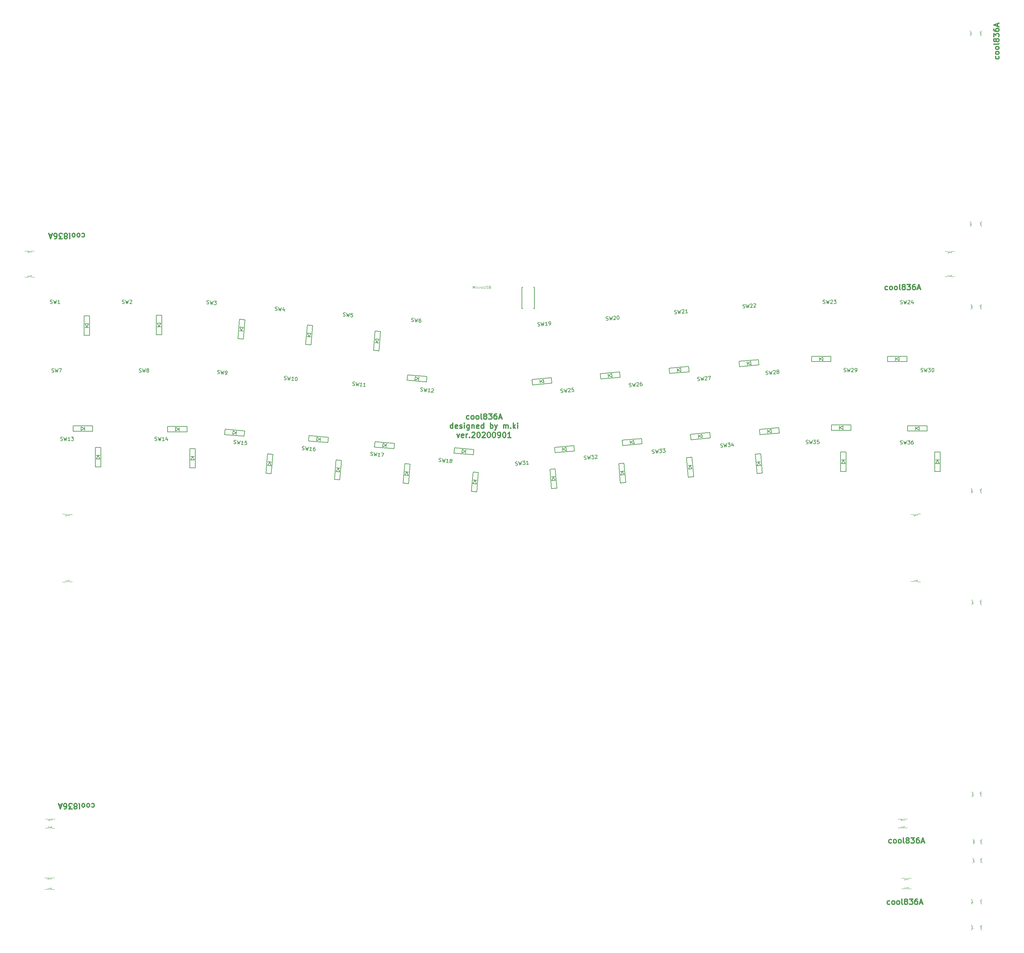
<source format=gto>
%TF.GenerationSoftware,KiCad,Pcbnew,(5.1.6-0-10_14)*%
%TF.CreationDate,2020-09-01T22:17:50+09:00*%
%TF.ProjectId,cool836,636f6f6c-3833-4362-9e6b-696361645f70,rev?*%
%TF.SameCoordinates,Original*%
%TF.FileFunction,Legend,Top*%
%TF.FilePolarity,Positive*%
%FSLAX46Y46*%
G04 Gerber Fmt 4.6, Leading zero omitted, Abs format (unit mm)*
G04 Created by KiCad (PCBNEW (5.1.6-0-10_14)) date 2020-09-01 22:17:50*
%MOMM*%
%LPD*%
G01*
G04 APERTURE LIST*
%ADD10C,0.075000*%
%ADD11C,0.100000*%
%ADD12C,0.300000*%
%ADD13C,0.150000*%
%ADD14C,0.120000*%
G04 APERTURE END LIST*
D10*
X316844047Y161378571D02*
X316844047Y161683333D01*
X316786904Y161950000D02*
X316805952Y161911904D01*
X316805952Y161835714D01*
X316786904Y161797619D01*
X316767857Y161778571D01*
X316729761Y161759523D01*
X316615476Y161759523D01*
X316577380Y161778571D01*
X316558333Y161797619D01*
X316539285Y161835714D01*
X316539285Y161911904D01*
X316558333Y161950000D01*
X316539285Y162292857D02*
X316805952Y162292857D01*
X316539285Y162121428D02*
X316748809Y162121428D01*
X316786904Y162140476D01*
X316805952Y162178571D01*
X316805952Y162235714D01*
X316786904Y162273809D01*
X316767857Y162292857D01*
X316539285Y162426190D02*
X316539285Y162578571D01*
X316405952Y162483333D02*
X316748809Y162483333D01*
X316786904Y162502380D01*
X316805952Y162540476D01*
X316805952Y162578571D01*
X316844047Y162616666D02*
X316844047Y162921428D01*
X313805952Y162921428D02*
X313805952Y162616666D01*
X313863095Y162350000D02*
X313844047Y162388095D01*
X313844047Y162464285D01*
X313863095Y162502380D01*
X313882142Y162521428D01*
X313920238Y162540476D01*
X314034523Y162540476D01*
X314072619Y162521428D01*
X314091666Y162502380D01*
X314110714Y162464285D01*
X314110714Y162388095D01*
X314091666Y162350000D01*
X314110714Y162007142D02*
X313844047Y162007142D01*
X314110714Y162178571D02*
X313901190Y162178571D01*
X313863095Y162159523D01*
X313844047Y162121428D01*
X313844047Y162064285D01*
X313863095Y162026190D01*
X313882142Y162007142D01*
X314110714Y161873809D02*
X314110714Y161721428D01*
X314244047Y161816666D02*
X313901190Y161816666D01*
X313863095Y161797619D01*
X313844047Y161759523D01*
X313844047Y161721428D01*
X313805952Y161683333D02*
X313805952Y161378571D01*
X313780952Y109921428D02*
X313780952Y109616666D01*
X313838095Y109350000D02*
X313819047Y109388095D01*
X313819047Y109464285D01*
X313838095Y109502380D01*
X313857142Y109521428D01*
X313895238Y109540476D01*
X314009523Y109540476D01*
X314047619Y109521428D01*
X314066666Y109502380D01*
X314085714Y109464285D01*
X314085714Y109388095D01*
X314066666Y109350000D01*
X314085714Y109007142D02*
X313819047Y109007142D01*
X314085714Y109178571D02*
X313876190Y109178571D01*
X313838095Y109159523D01*
X313819047Y109121428D01*
X313819047Y109064285D01*
X313838095Y109026190D01*
X313857142Y109007142D01*
X314085714Y108873809D02*
X314085714Y108721428D01*
X314219047Y108816666D02*
X313876190Y108816666D01*
X313838095Y108797619D01*
X313819047Y108759523D01*
X313819047Y108721428D01*
X313780952Y108683333D02*
X313780952Y108378571D01*
X316894047Y108378571D02*
X316894047Y108683333D01*
X316836904Y108950000D02*
X316855952Y108911904D01*
X316855952Y108835714D01*
X316836904Y108797619D01*
X316817857Y108778571D01*
X316779761Y108759523D01*
X316665476Y108759523D01*
X316627380Y108778571D01*
X316608333Y108797619D01*
X316589285Y108835714D01*
X316589285Y108911904D01*
X316608333Y108950000D01*
X316589285Y109292857D02*
X316855952Y109292857D01*
X316589285Y109121428D02*
X316798809Y109121428D01*
X316836904Y109140476D01*
X316855952Y109178571D01*
X316855952Y109235714D01*
X316836904Y109273809D01*
X316817857Y109292857D01*
X316589285Y109426190D02*
X316589285Y109578571D01*
X316455952Y109483333D02*
X316798809Y109483333D01*
X316836904Y109502380D01*
X316855952Y109540476D01*
X316855952Y109578571D01*
X316894047Y109616666D02*
X316894047Y109921428D01*
X316869047Y85378571D02*
X316869047Y85683333D01*
X316811904Y85950000D02*
X316830952Y85911904D01*
X316830952Y85835714D01*
X316811904Y85797619D01*
X316792857Y85778571D01*
X316754761Y85759523D01*
X316640476Y85759523D01*
X316602380Y85778571D01*
X316583333Y85797619D01*
X316564285Y85835714D01*
X316564285Y85911904D01*
X316583333Y85950000D01*
X316564285Y86292857D02*
X316830952Y86292857D01*
X316564285Y86121428D02*
X316773809Y86121428D01*
X316811904Y86140476D01*
X316830952Y86178571D01*
X316830952Y86235714D01*
X316811904Y86273809D01*
X316792857Y86292857D01*
X316564285Y86426190D02*
X316564285Y86578571D01*
X316430952Y86483333D02*
X316773809Y86483333D01*
X316811904Y86502380D01*
X316830952Y86540476D01*
X316830952Y86578571D01*
X316869047Y86616666D02*
X316869047Y86921428D01*
X314030952Y86946428D02*
X314030952Y86641666D01*
X314088095Y86375000D02*
X314069047Y86413095D01*
X314069047Y86489285D01*
X314088095Y86527380D01*
X314107142Y86546428D01*
X314145238Y86565476D01*
X314259523Y86565476D01*
X314297619Y86546428D01*
X314316666Y86527380D01*
X314335714Y86489285D01*
X314335714Y86413095D01*
X314316666Y86375000D01*
X314335714Y86032142D02*
X314069047Y86032142D01*
X314335714Y86203571D02*
X314126190Y86203571D01*
X314088095Y86184523D01*
X314069047Y86146428D01*
X314069047Y86089285D01*
X314088095Y86051190D01*
X314107142Y86032142D01*
X314335714Y85898809D02*
X314335714Y85746428D01*
X314469047Y85841666D02*
X314126190Y85841666D01*
X314088095Y85822619D01*
X314069047Y85784523D01*
X314069047Y85746428D01*
X314030952Y85708333D02*
X314030952Y85403571D01*
X314080952Y35771428D02*
X314080952Y35466666D01*
X314138095Y35200000D02*
X314119047Y35238095D01*
X314119047Y35314285D01*
X314138095Y35352380D01*
X314157142Y35371428D01*
X314195238Y35390476D01*
X314309523Y35390476D01*
X314347619Y35371428D01*
X314366666Y35352380D01*
X314385714Y35314285D01*
X314385714Y35238095D01*
X314366666Y35200000D01*
X314385714Y34857142D02*
X314119047Y34857142D01*
X314385714Y35028571D02*
X314176190Y35028571D01*
X314138095Y35009523D01*
X314119047Y34971428D01*
X314119047Y34914285D01*
X314138095Y34876190D01*
X314157142Y34857142D01*
X314385714Y34723809D02*
X314385714Y34571428D01*
X314519047Y34666666D02*
X314176190Y34666666D01*
X314138095Y34647619D01*
X314119047Y34609523D01*
X314119047Y34571428D01*
X314080952Y34533333D02*
X314080952Y34228571D01*
X316894047Y34228571D02*
X316894047Y34533333D01*
X316836904Y34800000D02*
X316855952Y34761904D01*
X316855952Y34685714D01*
X316836904Y34647619D01*
X316817857Y34628571D01*
X316779761Y34609523D01*
X316665476Y34609523D01*
X316627380Y34628571D01*
X316608333Y34647619D01*
X316589285Y34685714D01*
X316589285Y34761904D01*
X316608333Y34800000D01*
X316589285Y35142857D02*
X316855952Y35142857D01*
X316589285Y34971428D02*
X316798809Y34971428D01*
X316836904Y34990476D01*
X316855952Y35028571D01*
X316855952Y35085714D01*
X316836904Y35123809D01*
X316817857Y35142857D01*
X316589285Y35276190D02*
X316589285Y35428571D01*
X316455952Y35333333D02*
X316798809Y35333333D01*
X316836904Y35352380D01*
X316855952Y35390476D01*
X316855952Y35428571D01*
X316894047Y35466666D02*
X316894047Y35771428D01*
X316844047Y3203571D02*
X316844047Y3508333D01*
X316786904Y3775000D02*
X316805952Y3736904D01*
X316805952Y3660714D01*
X316786904Y3622619D01*
X316767857Y3603571D01*
X316729761Y3584523D01*
X316615476Y3584523D01*
X316577380Y3603571D01*
X316558333Y3622619D01*
X316539285Y3660714D01*
X316539285Y3736904D01*
X316558333Y3775000D01*
X316539285Y4117857D02*
X316805952Y4117857D01*
X316539285Y3946428D02*
X316748809Y3946428D01*
X316786904Y3965476D01*
X316805952Y4003571D01*
X316805952Y4060714D01*
X316786904Y4098809D01*
X316767857Y4117857D01*
X316539285Y4251190D02*
X316539285Y4403571D01*
X316405952Y4308333D02*
X316748809Y4308333D01*
X316786904Y4327380D01*
X316805952Y4365476D01*
X316805952Y4403571D01*
X316844047Y4441666D02*
X316844047Y4746428D01*
X314280952Y4771428D02*
X314280952Y4466666D01*
X314338095Y4200000D02*
X314319047Y4238095D01*
X314319047Y4314285D01*
X314338095Y4352380D01*
X314357142Y4371428D01*
X314395238Y4390476D01*
X314509523Y4390476D01*
X314547619Y4371428D01*
X314566666Y4352380D01*
X314585714Y4314285D01*
X314585714Y4238095D01*
X314566666Y4200000D01*
X314585714Y3857142D02*
X314319047Y3857142D01*
X314585714Y4028571D02*
X314376190Y4028571D01*
X314338095Y4009523D01*
X314319047Y3971428D01*
X314319047Y3914285D01*
X314338095Y3876190D01*
X314357142Y3857142D01*
X314585714Y3723809D02*
X314585714Y3571428D01*
X314719047Y3666666D02*
X314376190Y3666666D01*
X314338095Y3647619D01*
X314319047Y3609523D01*
X314319047Y3571428D01*
X314280952Y3533333D02*
X314280952Y3228571D01*
X314305952Y-48603571D02*
X314305952Y-48908333D01*
X314363095Y-49175000D02*
X314344047Y-49136904D01*
X314344047Y-49060714D01*
X314363095Y-49022619D01*
X314382142Y-49003571D01*
X314420238Y-48984523D01*
X314534523Y-48984523D01*
X314572619Y-49003571D01*
X314591666Y-49022619D01*
X314610714Y-49060714D01*
X314610714Y-49136904D01*
X314591666Y-49175000D01*
X314610714Y-49517857D02*
X314344047Y-49517857D01*
X314610714Y-49346428D02*
X314401190Y-49346428D01*
X314363095Y-49365476D01*
X314344047Y-49403571D01*
X314344047Y-49460714D01*
X314363095Y-49498809D01*
X314382142Y-49517857D01*
X314610714Y-49651190D02*
X314610714Y-49803571D01*
X314744047Y-49708333D02*
X314401190Y-49708333D01*
X314363095Y-49727380D01*
X314344047Y-49765476D01*
X314344047Y-49803571D01*
X314305952Y-49841666D02*
X314305952Y-50146428D01*
X316869047Y-50096428D02*
X316869047Y-49791666D01*
X316811904Y-49525000D02*
X316830952Y-49563095D01*
X316830952Y-49639285D01*
X316811904Y-49677380D01*
X316792857Y-49696428D01*
X316754761Y-49715476D01*
X316640476Y-49715476D01*
X316602380Y-49696428D01*
X316583333Y-49677380D01*
X316564285Y-49639285D01*
X316564285Y-49563095D01*
X316583333Y-49525000D01*
X316564285Y-49182142D02*
X316830952Y-49182142D01*
X316564285Y-49353571D02*
X316773809Y-49353571D01*
X316811904Y-49334523D01*
X316830952Y-49296428D01*
X316830952Y-49239285D01*
X316811904Y-49201190D01*
X316792857Y-49182142D01*
X316564285Y-49048809D02*
X316564285Y-48896428D01*
X316430952Y-48991666D02*
X316773809Y-48991666D01*
X316811904Y-48972619D01*
X316830952Y-48934523D01*
X316830952Y-48896428D01*
X316869047Y-48858333D02*
X316869047Y-48553571D01*
X316969047Y-68571428D02*
X316969047Y-68266666D01*
X316911904Y-68000000D02*
X316930952Y-68038095D01*
X316930952Y-68114285D01*
X316911904Y-68152380D01*
X316892857Y-68171428D01*
X316854761Y-68190476D01*
X316740476Y-68190476D01*
X316702380Y-68171428D01*
X316683333Y-68152380D01*
X316664285Y-68114285D01*
X316664285Y-68038095D01*
X316683333Y-68000000D01*
X316664285Y-67657142D02*
X316930952Y-67657142D01*
X316664285Y-67828571D02*
X316873809Y-67828571D01*
X316911904Y-67809523D01*
X316930952Y-67771428D01*
X316930952Y-67714285D01*
X316911904Y-67676190D01*
X316892857Y-67657142D01*
X316664285Y-67523809D02*
X316664285Y-67371428D01*
X316530952Y-67466666D02*
X316873809Y-67466666D01*
X316911904Y-67447619D01*
X316930952Y-67409523D01*
X316930952Y-67371428D01*
X316969047Y-67333333D02*
X316969047Y-67028571D01*
X314580952Y-67028571D02*
X314580952Y-67333333D01*
X314638095Y-67600000D02*
X314619047Y-67561904D01*
X314619047Y-67485714D01*
X314638095Y-67447619D01*
X314657142Y-67428571D01*
X314695238Y-67409523D01*
X314809523Y-67409523D01*
X314847619Y-67428571D01*
X314866666Y-67447619D01*
X314885714Y-67485714D01*
X314885714Y-67561904D01*
X314866666Y-67600000D01*
X314885714Y-67942857D02*
X314619047Y-67942857D01*
X314885714Y-67771428D02*
X314676190Y-67771428D01*
X314638095Y-67790476D01*
X314619047Y-67828571D01*
X314619047Y-67885714D01*
X314638095Y-67923809D01*
X314657142Y-67942857D01*
X314885714Y-68076190D02*
X314885714Y-68228571D01*
X315019047Y-68133333D02*
X314676190Y-68133333D01*
X314638095Y-68152380D01*
X314619047Y-68190476D01*
X314619047Y-68228571D01*
X314580952Y-68266666D02*
X314580952Y-68571428D01*
X314630952Y-61753571D02*
X314630952Y-62058333D01*
X314688095Y-62325000D02*
X314669047Y-62286904D01*
X314669047Y-62210714D01*
X314688095Y-62172619D01*
X314707142Y-62153571D01*
X314745238Y-62134523D01*
X314859523Y-62134523D01*
X314897619Y-62153571D01*
X314916666Y-62172619D01*
X314935714Y-62210714D01*
X314935714Y-62286904D01*
X314916666Y-62325000D01*
X314935714Y-62667857D02*
X314669047Y-62667857D01*
X314935714Y-62496428D02*
X314726190Y-62496428D01*
X314688095Y-62515476D01*
X314669047Y-62553571D01*
X314669047Y-62610714D01*
X314688095Y-62648809D01*
X314707142Y-62667857D01*
X314935714Y-62801190D02*
X314935714Y-62953571D01*
X315069047Y-62858333D02*
X314726190Y-62858333D01*
X314688095Y-62877380D01*
X314669047Y-62915476D01*
X314669047Y-62953571D01*
X314630952Y-62991666D02*
X314630952Y-63296428D01*
X316969047Y-63321428D02*
X316969047Y-63016666D01*
X316911904Y-62750000D02*
X316930952Y-62788095D01*
X316930952Y-62864285D01*
X316911904Y-62902380D01*
X316892857Y-62921428D01*
X316854761Y-62940476D01*
X316740476Y-62940476D01*
X316702380Y-62921428D01*
X316683333Y-62902380D01*
X316664285Y-62864285D01*
X316664285Y-62788095D01*
X316683333Y-62750000D01*
X316664285Y-62407142D02*
X316930952Y-62407142D01*
X316664285Y-62578571D02*
X316873809Y-62578571D01*
X316911904Y-62559523D01*
X316930952Y-62521428D01*
X316930952Y-62464285D01*
X316911904Y-62426190D01*
X316892857Y-62407142D01*
X316664285Y-62273809D02*
X316664285Y-62121428D01*
X316530952Y-62216666D02*
X316873809Y-62216666D01*
X316911904Y-62197619D01*
X316930952Y-62159523D01*
X316930952Y-62121428D01*
X316969047Y-62083333D02*
X316969047Y-61778571D01*
X316969047Y-87171428D02*
X316969047Y-86866666D01*
X316911904Y-86600000D02*
X316930952Y-86638095D01*
X316930952Y-86714285D01*
X316911904Y-86752380D01*
X316892857Y-86771428D01*
X316854761Y-86790476D01*
X316740476Y-86790476D01*
X316702380Y-86771428D01*
X316683333Y-86752380D01*
X316664285Y-86714285D01*
X316664285Y-86638095D01*
X316683333Y-86600000D01*
X316664285Y-86257142D02*
X316930952Y-86257142D01*
X316664285Y-86428571D02*
X316873809Y-86428571D01*
X316911904Y-86409523D01*
X316930952Y-86371428D01*
X316930952Y-86314285D01*
X316911904Y-86276190D01*
X316892857Y-86257142D01*
X316664285Y-86123809D02*
X316664285Y-85971428D01*
X316530952Y-86066666D02*
X316873809Y-86066666D01*
X316911904Y-86047619D01*
X316930952Y-86009523D01*
X316930952Y-85971428D01*
X316969047Y-85933333D02*
X316969047Y-85628571D01*
X314155952Y-85603571D02*
X314155952Y-85908333D01*
X314213095Y-86175000D02*
X314194047Y-86136904D01*
X314194047Y-86060714D01*
X314213095Y-86022619D01*
X314232142Y-86003571D01*
X314270238Y-85984523D01*
X314384523Y-85984523D01*
X314422619Y-86003571D01*
X314441666Y-86022619D01*
X314460714Y-86060714D01*
X314460714Y-86136904D01*
X314441666Y-86175000D01*
X314460714Y-86517857D02*
X314194047Y-86517857D01*
X314460714Y-86346428D02*
X314251190Y-86346428D01*
X314213095Y-86365476D01*
X314194047Y-86403571D01*
X314194047Y-86460714D01*
X314213095Y-86498809D01*
X314232142Y-86517857D01*
X314460714Y-86651190D02*
X314460714Y-86803571D01*
X314594047Y-86708333D02*
X314251190Y-86708333D01*
X314213095Y-86727380D01*
X314194047Y-86765476D01*
X314194047Y-86803571D01*
X314155952Y-86841666D02*
X314155952Y-87146428D01*
X314155952Y-78428571D02*
X314155952Y-78733333D01*
X314213095Y-79000000D02*
X314194047Y-78961904D01*
X314194047Y-78885714D01*
X314213095Y-78847619D01*
X314232142Y-78828571D01*
X314270238Y-78809523D01*
X314384523Y-78809523D01*
X314422619Y-78828571D01*
X314441666Y-78847619D01*
X314460714Y-78885714D01*
X314460714Y-78961904D01*
X314441666Y-79000000D01*
X314460714Y-79342857D02*
X314194047Y-79342857D01*
X314460714Y-79171428D02*
X314251190Y-79171428D01*
X314213095Y-79190476D01*
X314194047Y-79228571D01*
X314194047Y-79285714D01*
X314213095Y-79323809D01*
X314232142Y-79342857D01*
X314460714Y-79476190D02*
X314460714Y-79628571D01*
X314594047Y-79533333D02*
X314251190Y-79533333D01*
X314213095Y-79552380D01*
X314194047Y-79590476D01*
X314194047Y-79628571D01*
X314155952Y-79666666D02*
X314155952Y-79971428D01*
X316944047Y-79996428D02*
X316944047Y-79691666D01*
X316886904Y-79425000D02*
X316905952Y-79463095D01*
X316905952Y-79539285D01*
X316886904Y-79577380D01*
X316867857Y-79596428D01*
X316829761Y-79615476D01*
X316715476Y-79615476D01*
X316677380Y-79596428D01*
X316658333Y-79577380D01*
X316639285Y-79539285D01*
X316639285Y-79463095D01*
X316658333Y-79425000D01*
X316639285Y-79082142D02*
X316905952Y-79082142D01*
X316639285Y-79253571D02*
X316848809Y-79253571D01*
X316886904Y-79234523D01*
X316905952Y-79196428D01*
X316905952Y-79139285D01*
X316886904Y-79101190D01*
X316867857Y-79082142D01*
X316639285Y-78948809D02*
X316639285Y-78796428D01*
X316505952Y-78891666D02*
X316848809Y-78891666D01*
X316886904Y-78872619D01*
X316905952Y-78834523D01*
X316905952Y-78796428D01*
X316944047Y-78758333D02*
X316944047Y-78453571D01*
D11*
X296370238Y-56251190D02*
X295989285Y-56251190D01*
X295989285Y-56251190D02*
X295608333Y-56251190D01*
X295275000Y-56322619D02*
X295322619Y-56298809D01*
X295417857Y-56298809D01*
X295465476Y-56322619D01*
X295489285Y-56346428D01*
X295513095Y-56394047D01*
X295513095Y-56536904D01*
X295489285Y-56584523D01*
X295465476Y-56608333D01*
X295417857Y-56632142D01*
X295322619Y-56632142D01*
X295275000Y-56608333D01*
X294846428Y-56632142D02*
X294846428Y-56298809D01*
X295060714Y-56632142D02*
X295060714Y-56370238D01*
X295036904Y-56322619D01*
X294989285Y-56298809D01*
X294917857Y-56298809D01*
X294870238Y-56322619D01*
X294846428Y-56346428D01*
X294679761Y-56632142D02*
X294489285Y-56632142D01*
X294608333Y-56798809D02*
X294608333Y-56370238D01*
X294584523Y-56322619D01*
X294536904Y-56298809D01*
X294489285Y-56298809D01*
X294441666Y-56251190D02*
X294060714Y-56251190D01*
X294060714Y-56251190D02*
X293679761Y-56251190D01*
X293679761Y-58748809D02*
X294060714Y-58748809D01*
X294060714Y-58748809D02*
X294441666Y-58748809D01*
X294775000Y-58677380D02*
X294727380Y-58701190D01*
X294632142Y-58701190D01*
X294584523Y-58677380D01*
X294560714Y-58653571D01*
X294536904Y-58605952D01*
X294536904Y-58463095D01*
X294560714Y-58415476D01*
X294584523Y-58391666D01*
X294632142Y-58367857D01*
X294727380Y-58367857D01*
X294775000Y-58391666D01*
X295203571Y-58367857D02*
X295203571Y-58701190D01*
X294989285Y-58367857D02*
X294989285Y-58629761D01*
X295013095Y-58677380D01*
X295060714Y-58701190D01*
X295132142Y-58701190D01*
X295179761Y-58677380D01*
X295203571Y-58653571D01*
X295370238Y-58367857D02*
X295560714Y-58367857D01*
X295441666Y-58201190D02*
X295441666Y-58629761D01*
X295465476Y-58677380D01*
X295513095Y-58701190D01*
X295560714Y-58701190D01*
X295608333Y-58748809D02*
X295989285Y-58748809D01*
X295989285Y-58748809D02*
X296370238Y-58748809D01*
X294754761Y-75673809D02*
X295135714Y-75673809D01*
X295135714Y-75673809D02*
X295516666Y-75673809D01*
X295850000Y-75602380D02*
X295802380Y-75626190D01*
X295707142Y-75626190D01*
X295659523Y-75602380D01*
X295635714Y-75578571D01*
X295611904Y-75530952D01*
X295611904Y-75388095D01*
X295635714Y-75340476D01*
X295659523Y-75316666D01*
X295707142Y-75292857D01*
X295802380Y-75292857D01*
X295850000Y-75316666D01*
X296278571Y-75292857D02*
X296278571Y-75626190D01*
X296064285Y-75292857D02*
X296064285Y-75554761D01*
X296088095Y-75602380D01*
X296135714Y-75626190D01*
X296207142Y-75626190D01*
X296254761Y-75602380D01*
X296278571Y-75578571D01*
X296445238Y-75292857D02*
X296635714Y-75292857D01*
X296516666Y-75126190D02*
X296516666Y-75554761D01*
X296540476Y-75602380D01*
X296588095Y-75626190D01*
X296635714Y-75626190D01*
X296683333Y-75673809D02*
X297064285Y-75673809D01*
X297064285Y-75673809D02*
X297445238Y-75673809D01*
X297445238Y-72726190D02*
X297064285Y-72726190D01*
X297064285Y-72726190D02*
X296683333Y-72726190D01*
X296350000Y-72797619D02*
X296397619Y-72773809D01*
X296492857Y-72773809D01*
X296540476Y-72797619D01*
X296564285Y-72821428D01*
X296588095Y-72869047D01*
X296588095Y-73011904D01*
X296564285Y-73059523D01*
X296540476Y-73083333D01*
X296492857Y-73107142D01*
X296397619Y-73107142D01*
X296350000Y-73083333D01*
X295921428Y-73107142D02*
X295921428Y-72773809D01*
X296135714Y-73107142D02*
X296135714Y-72845238D01*
X296111904Y-72797619D01*
X296064285Y-72773809D01*
X295992857Y-72773809D01*
X295945238Y-72797619D01*
X295921428Y-72821428D01*
X295754761Y-73107142D02*
X295564285Y-73107142D01*
X295683333Y-73273809D02*
X295683333Y-72845238D01*
X295659523Y-72797619D01*
X295611904Y-72773809D01*
X295564285Y-72773809D01*
X295516666Y-72726190D02*
X295135714Y-72726190D01*
X295135714Y-72726190D02*
X294754761Y-72726190D01*
X59295238Y-72576190D02*
X58914285Y-72576190D01*
X58914285Y-72576190D02*
X58533333Y-72576190D01*
X58200000Y-72647619D02*
X58247619Y-72623809D01*
X58342857Y-72623809D01*
X58390476Y-72647619D01*
X58414285Y-72671428D01*
X58438095Y-72719047D01*
X58438095Y-72861904D01*
X58414285Y-72909523D01*
X58390476Y-72933333D01*
X58342857Y-72957142D01*
X58247619Y-72957142D01*
X58200000Y-72933333D01*
X57771428Y-72957142D02*
X57771428Y-72623809D01*
X57985714Y-72957142D02*
X57985714Y-72695238D01*
X57961904Y-72647619D01*
X57914285Y-72623809D01*
X57842857Y-72623809D01*
X57795238Y-72647619D01*
X57771428Y-72671428D01*
X57604761Y-72957142D02*
X57414285Y-72957142D01*
X57533333Y-73123809D02*
X57533333Y-72695238D01*
X57509523Y-72647619D01*
X57461904Y-72623809D01*
X57414285Y-72623809D01*
X57366666Y-72576190D02*
X56985714Y-72576190D01*
X56985714Y-72576190D02*
X56604761Y-72576190D01*
X56604761Y-75848809D02*
X56985714Y-75848809D01*
X56985714Y-75848809D02*
X57366666Y-75848809D01*
X57700000Y-75777380D02*
X57652380Y-75801190D01*
X57557142Y-75801190D01*
X57509523Y-75777380D01*
X57485714Y-75753571D01*
X57461904Y-75705952D01*
X57461904Y-75563095D01*
X57485714Y-75515476D01*
X57509523Y-75491666D01*
X57557142Y-75467857D01*
X57652380Y-75467857D01*
X57700000Y-75491666D01*
X58128571Y-75467857D02*
X58128571Y-75801190D01*
X57914285Y-75467857D02*
X57914285Y-75729761D01*
X57938095Y-75777380D01*
X57985714Y-75801190D01*
X58057142Y-75801190D01*
X58104761Y-75777380D01*
X58128571Y-75753571D01*
X58295238Y-75467857D02*
X58485714Y-75467857D01*
X58366666Y-75301190D02*
X58366666Y-75729761D01*
X58390476Y-75777380D01*
X58438095Y-75801190D01*
X58485714Y-75801190D01*
X58533333Y-75848809D02*
X58914285Y-75848809D01*
X58914285Y-75848809D02*
X59295238Y-75848809D01*
X56704761Y-58773809D02*
X57085714Y-58773809D01*
X57085714Y-58773809D02*
X57466666Y-58773809D01*
X57800000Y-58702380D02*
X57752380Y-58726190D01*
X57657142Y-58726190D01*
X57609523Y-58702380D01*
X57585714Y-58678571D01*
X57561904Y-58630952D01*
X57561904Y-58488095D01*
X57585714Y-58440476D01*
X57609523Y-58416666D01*
X57657142Y-58392857D01*
X57752380Y-58392857D01*
X57800000Y-58416666D01*
X58228571Y-58392857D02*
X58228571Y-58726190D01*
X58014285Y-58392857D02*
X58014285Y-58654761D01*
X58038095Y-58702380D01*
X58085714Y-58726190D01*
X58157142Y-58726190D01*
X58204761Y-58702380D01*
X58228571Y-58678571D01*
X58395238Y-58392857D02*
X58585714Y-58392857D01*
X58466666Y-58226190D02*
X58466666Y-58654761D01*
X58490476Y-58702380D01*
X58538095Y-58726190D01*
X58585714Y-58726190D01*
X58633333Y-58773809D02*
X59014285Y-58773809D01*
X59014285Y-58773809D02*
X59395238Y-58773809D01*
X59470238Y-56226190D02*
X59089285Y-56226190D01*
X59089285Y-56226190D02*
X58708333Y-56226190D01*
X58375000Y-56297619D02*
X58422619Y-56273809D01*
X58517857Y-56273809D01*
X58565476Y-56297619D01*
X58589285Y-56321428D01*
X58613095Y-56369047D01*
X58613095Y-56511904D01*
X58589285Y-56559523D01*
X58565476Y-56583333D01*
X58517857Y-56607142D01*
X58422619Y-56607142D01*
X58375000Y-56583333D01*
X57946428Y-56607142D02*
X57946428Y-56273809D01*
X58160714Y-56607142D02*
X58160714Y-56345238D01*
X58136904Y-56297619D01*
X58089285Y-56273809D01*
X58017857Y-56273809D01*
X57970238Y-56297619D01*
X57946428Y-56321428D01*
X57779761Y-56607142D02*
X57589285Y-56607142D01*
X57708333Y-56773809D02*
X57708333Y-56345238D01*
X57684523Y-56297619D01*
X57636904Y-56273809D01*
X57589285Y-56273809D01*
X57541666Y-56226190D02*
X57160714Y-56226190D01*
X57160714Y-56226190D02*
X56779761Y-56226190D01*
X64286061Y28354303D02*
X63906036Y28380877D01*
X63906036Y28380877D02*
X63526012Y28407451D01*
X63188508Y28359448D02*
X63237672Y28379878D01*
X63332678Y28373235D01*
X63378520Y28346161D01*
X63400611Y28320749D01*
X63421041Y28271585D01*
X63411075Y28129076D01*
X63384002Y28083234D01*
X63358590Y28061143D01*
X63309426Y28040713D01*
X63214420Y28047357D01*
X63168577Y28074430D01*
X62739389Y28080574D02*
X62762641Y28413096D01*
X62953153Y28065626D02*
X62971422Y28326893D01*
X62950993Y28376057D01*
X62905150Y28403130D01*
X62833896Y28408113D01*
X62784732Y28387683D01*
X62759320Y28365592D01*
X62573128Y28092200D02*
X62383116Y28105487D01*
X62490248Y27930922D02*
X62520143Y28358450D01*
X62499714Y28407614D01*
X62453871Y28434687D01*
X62406368Y28438009D01*
X62362187Y28488833D02*
X61982163Y28515407D01*
X61982163Y28515407D02*
X61602138Y28541981D01*
X61570935Y9606161D02*
X61951365Y9626098D01*
X61951365Y9626098D02*
X62331796Y9646036D01*
X62660934Y9734812D02*
X62614626Y9708543D01*
X62519519Y9703558D01*
X62470719Y9724843D01*
X62445696Y9747374D01*
X62419427Y9793682D01*
X62411950Y9936343D01*
X62433235Y9985143D01*
X62455766Y10010166D01*
X62502073Y10036435D01*
X62597181Y10041419D01*
X62645981Y10020135D01*
X63072719Y10066341D02*
X63090164Y9733465D01*
X62858727Y10055126D02*
X62872434Y9793581D01*
X62898703Y9747273D01*
X62947503Y9725988D01*
X63018833Y9729726D01*
X63065141Y9755996D01*
X63087672Y9781019D01*
X63239157Y10075064D02*
X63429372Y10085033D01*
X63301765Y10245240D02*
X63324195Y9817256D01*
X63350464Y9770949D01*
X63399264Y9749664D01*
X63446818Y9752156D01*
X63496863Y9707095D02*
X63877294Y9727032D01*
X63877294Y9727032D02*
X64257724Y9746970D01*
X297288938Y9820696D02*
X297668963Y9794122D01*
X297668963Y9794122D02*
X298048987Y9767548D01*
X298386491Y9815551D02*
X298337327Y9795121D01*
X298242321Y9801764D01*
X298196479Y9828838D01*
X298174388Y9854250D01*
X298153958Y9903414D01*
X298163924Y10045923D01*
X298190997Y10091765D01*
X298216409Y10113856D01*
X298265573Y10134286D01*
X298360579Y10127642D01*
X298406422Y10100569D01*
X298835610Y10094425D02*
X298812358Y9761903D01*
X298621846Y10109373D02*
X298603577Y9848106D01*
X298624006Y9798942D01*
X298669849Y9771869D01*
X298741103Y9766886D01*
X298790267Y9787316D01*
X298815679Y9809407D01*
X299001871Y10082799D02*
X299191883Y10069512D01*
X299084751Y10244077D02*
X299054856Y9816549D01*
X299075285Y9767385D01*
X299121128Y9740312D01*
X299168631Y9736990D01*
X299212812Y9686166D02*
X299592836Y9659592D01*
X299592836Y9659592D02*
X299972861Y9633018D01*
X299947861Y28566981D02*
X299567836Y28540407D01*
X299567836Y28540407D02*
X299187812Y28513833D01*
X298860273Y28419327D02*
X298906115Y28446400D01*
X299001121Y28453043D01*
X299050285Y28432614D01*
X299075698Y28410523D01*
X299102771Y28364681D01*
X299112736Y28222172D01*
X299092306Y28173008D01*
X299070216Y28147595D01*
X299024374Y28120522D01*
X298929367Y28113878D01*
X298880204Y28134308D01*
X298454337Y28080661D02*
X298431085Y28413182D01*
X298668101Y28095609D02*
X298649831Y28356876D01*
X298622758Y28402718D01*
X298573594Y28423148D01*
X298502339Y28418165D01*
X298456497Y28391092D01*
X298434407Y28365679D01*
X298288076Y28069035D02*
X298098064Y28055748D01*
X298228448Y27897792D02*
X298198552Y28325319D01*
X298171479Y28371161D01*
X298122315Y28391591D01*
X298074812Y28388269D01*
X298023987Y28432451D02*
X297643963Y28405877D01*
X297643963Y28405877D02*
X297263938Y28379303D01*
X306729761Y94501190D02*
X307110714Y94501190D01*
X307110714Y94501190D02*
X307491666Y94501190D01*
X307825000Y94572619D02*
X307777380Y94548809D01*
X307682142Y94548809D01*
X307634523Y94572619D01*
X307610714Y94596428D01*
X307586904Y94644047D01*
X307586904Y94786904D01*
X307610714Y94834523D01*
X307634523Y94858333D01*
X307682142Y94882142D01*
X307777380Y94882142D01*
X307825000Y94858333D01*
X308253571Y94882142D02*
X308253571Y94548809D01*
X308039285Y94882142D02*
X308039285Y94620238D01*
X308063095Y94572619D01*
X308110714Y94548809D01*
X308182142Y94548809D01*
X308229761Y94572619D01*
X308253571Y94596428D01*
X308420238Y94882142D02*
X308610714Y94882142D01*
X308491666Y95048809D02*
X308491666Y94620238D01*
X308515476Y94572619D01*
X308563095Y94548809D01*
X308610714Y94548809D01*
X308658333Y94501190D02*
X309039285Y94501190D01*
X309039285Y94501190D02*
X309420238Y94501190D01*
X309470238Y101548809D02*
X309089285Y101548809D01*
X309089285Y101548809D02*
X308708333Y101548809D01*
X308375000Y101477380D02*
X308422619Y101501190D01*
X308517857Y101501190D01*
X308565476Y101477380D01*
X308589285Y101453571D01*
X308613095Y101405952D01*
X308613095Y101263095D01*
X308589285Y101215476D01*
X308565476Y101191666D01*
X308517857Y101167857D01*
X308422619Y101167857D01*
X308375000Y101191666D01*
X307946428Y101167857D02*
X307946428Y101501190D01*
X308160714Y101167857D02*
X308160714Y101429761D01*
X308136904Y101477380D01*
X308089285Y101501190D01*
X308017857Y101501190D01*
X307970238Y101477380D01*
X307946428Y101453571D01*
X307779761Y101167857D02*
X307589285Y101167857D01*
X307708333Y101001190D02*
X307708333Y101429761D01*
X307684523Y101477380D01*
X307636904Y101501190D01*
X307589285Y101501190D01*
X307541666Y101548809D02*
X307160714Y101548809D01*
X307160714Y101548809D02*
X306779761Y101548809D01*
X53720238Y101648809D02*
X53339285Y101648809D01*
X53339285Y101648809D02*
X52958333Y101648809D01*
X52625000Y101577380D02*
X52672619Y101601190D01*
X52767857Y101601190D01*
X52815476Y101577380D01*
X52839285Y101553571D01*
X52863095Y101505952D01*
X52863095Y101363095D01*
X52839285Y101315476D01*
X52815476Y101291666D01*
X52767857Y101267857D01*
X52672619Y101267857D01*
X52625000Y101291666D01*
X52196428Y101267857D02*
X52196428Y101601190D01*
X52410714Y101267857D02*
X52410714Y101529761D01*
X52386904Y101577380D01*
X52339285Y101601190D01*
X52267857Y101601190D01*
X52220238Y101577380D01*
X52196428Y101553571D01*
X52029761Y101267857D02*
X51839285Y101267857D01*
X51958333Y101101190D02*
X51958333Y101529761D01*
X51934523Y101577380D01*
X51886904Y101601190D01*
X51839285Y101601190D01*
X51791666Y101648809D02*
X51410714Y101648809D01*
X51410714Y101648809D02*
X51029761Y101648809D01*
X51054761Y94376190D02*
X51435714Y94376190D01*
X51435714Y94376190D02*
X51816666Y94376190D01*
X52150000Y94447619D02*
X52102380Y94423809D01*
X52007142Y94423809D01*
X51959523Y94447619D01*
X51935714Y94471428D01*
X51911904Y94519047D01*
X51911904Y94661904D01*
X51935714Y94709523D01*
X51959523Y94733333D01*
X52007142Y94757142D01*
X52102380Y94757142D01*
X52150000Y94733333D01*
X52578571Y94757142D02*
X52578571Y94423809D01*
X52364285Y94757142D02*
X52364285Y94495238D01*
X52388095Y94447619D01*
X52435714Y94423809D01*
X52507142Y94423809D01*
X52554761Y94447619D01*
X52578571Y94471428D01*
X52745238Y94757142D02*
X52935714Y94757142D01*
X52816666Y94923809D02*
X52816666Y94495238D01*
X52840476Y94447619D01*
X52888095Y94423809D01*
X52935714Y94423809D01*
X52983333Y94376190D02*
X53364285Y94376190D01*
X53364285Y94376190D02*
X53745238Y94376190D01*
D12*
X291471428Y-79932142D02*
X291328571Y-80003571D01*
X291042857Y-80003571D01*
X290900000Y-79932142D01*
X290828571Y-79860714D01*
X290757142Y-79717857D01*
X290757142Y-79289285D01*
X290828571Y-79146428D01*
X290900000Y-79075000D01*
X291042857Y-79003571D01*
X291328571Y-79003571D01*
X291471428Y-79075000D01*
X292328571Y-80003571D02*
X292185714Y-79932142D01*
X292114285Y-79860714D01*
X292042857Y-79717857D01*
X292042857Y-79289285D01*
X292114285Y-79146428D01*
X292185714Y-79075000D01*
X292328571Y-79003571D01*
X292542857Y-79003571D01*
X292685714Y-79075000D01*
X292757142Y-79146428D01*
X292828571Y-79289285D01*
X292828571Y-79717857D01*
X292757142Y-79860714D01*
X292685714Y-79932142D01*
X292542857Y-80003571D01*
X292328571Y-80003571D01*
X293685714Y-80003571D02*
X293542857Y-79932142D01*
X293471428Y-79860714D01*
X293400000Y-79717857D01*
X293400000Y-79289285D01*
X293471428Y-79146428D01*
X293542857Y-79075000D01*
X293685714Y-79003571D01*
X293900000Y-79003571D01*
X294042857Y-79075000D01*
X294114285Y-79146428D01*
X294185714Y-79289285D01*
X294185714Y-79717857D01*
X294114285Y-79860714D01*
X294042857Y-79932142D01*
X293900000Y-80003571D01*
X293685714Y-80003571D01*
X295042857Y-80003571D02*
X294900000Y-79932142D01*
X294828571Y-79789285D01*
X294828571Y-78503571D01*
X295828571Y-79146428D02*
X295685714Y-79075000D01*
X295614285Y-79003571D01*
X295542857Y-78860714D01*
X295542857Y-78789285D01*
X295614285Y-78646428D01*
X295685714Y-78575000D01*
X295828571Y-78503571D01*
X296114285Y-78503571D01*
X296257142Y-78575000D01*
X296328571Y-78646428D01*
X296400000Y-78789285D01*
X296400000Y-78860714D01*
X296328571Y-79003571D01*
X296257142Y-79075000D01*
X296114285Y-79146428D01*
X295828571Y-79146428D01*
X295685714Y-79217857D01*
X295614285Y-79289285D01*
X295542857Y-79432142D01*
X295542857Y-79717857D01*
X295614285Y-79860714D01*
X295685714Y-79932142D01*
X295828571Y-80003571D01*
X296114285Y-80003571D01*
X296257142Y-79932142D01*
X296328571Y-79860714D01*
X296400000Y-79717857D01*
X296400000Y-79432142D01*
X296328571Y-79289285D01*
X296257142Y-79217857D01*
X296114285Y-79146428D01*
X296900000Y-78503571D02*
X297828571Y-78503571D01*
X297328571Y-79075000D01*
X297542857Y-79075000D01*
X297685714Y-79146428D01*
X297757142Y-79217857D01*
X297828571Y-79360714D01*
X297828571Y-79717857D01*
X297757142Y-79860714D01*
X297685714Y-79932142D01*
X297542857Y-80003571D01*
X297114285Y-80003571D01*
X296971428Y-79932142D01*
X296900000Y-79860714D01*
X299114285Y-78503571D02*
X298828571Y-78503571D01*
X298685714Y-78575000D01*
X298614285Y-78646428D01*
X298471428Y-78860714D01*
X298400000Y-79146428D01*
X298400000Y-79717857D01*
X298471428Y-79860714D01*
X298542857Y-79932142D01*
X298685714Y-80003571D01*
X298971428Y-80003571D01*
X299114285Y-79932142D01*
X299185714Y-79860714D01*
X299257142Y-79717857D01*
X299257142Y-79360714D01*
X299185714Y-79217857D01*
X299114285Y-79146428D01*
X298971428Y-79075000D01*
X298685714Y-79075000D01*
X298542857Y-79146428D01*
X298471428Y-79217857D01*
X298400000Y-79360714D01*
X299828571Y-79575000D02*
X300542857Y-79575000D01*
X299685714Y-80003571D02*
X300185714Y-78503571D01*
X300685714Y-80003571D01*
X321782142Y155746428D02*
X321853571Y155603571D01*
X321853571Y155317857D01*
X321782142Y155175000D01*
X321710714Y155103571D01*
X321567857Y155032142D01*
X321139285Y155032142D01*
X320996428Y155103571D01*
X320925000Y155175000D01*
X320853571Y155317857D01*
X320853571Y155603571D01*
X320925000Y155746428D01*
X321853571Y156603571D02*
X321782142Y156460714D01*
X321710714Y156389285D01*
X321567857Y156317857D01*
X321139285Y156317857D01*
X320996428Y156389285D01*
X320925000Y156460714D01*
X320853571Y156603571D01*
X320853571Y156817857D01*
X320925000Y156960714D01*
X320996428Y157032142D01*
X321139285Y157103571D01*
X321567857Y157103571D01*
X321710714Y157032142D01*
X321782142Y156960714D01*
X321853571Y156817857D01*
X321853571Y156603571D01*
X321853571Y157960714D02*
X321782142Y157817857D01*
X321710714Y157746428D01*
X321567857Y157675000D01*
X321139285Y157675000D01*
X320996428Y157746428D01*
X320925000Y157817857D01*
X320853571Y157960714D01*
X320853571Y158175000D01*
X320925000Y158317857D01*
X320996428Y158389285D01*
X321139285Y158460714D01*
X321567857Y158460714D01*
X321710714Y158389285D01*
X321782142Y158317857D01*
X321853571Y158175000D01*
X321853571Y157960714D01*
X321853571Y159317857D02*
X321782142Y159175000D01*
X321639285Y159103571D01*
X320353571Y159103571D01*
X320996428Y160103571D02*
X320925000Y159960714D01*
X320853571Y159889285D01*
X320710714Y159817857D01*
X320639285Y159817857D01*
X320496428Y159889285D01*
X320425000Y159960714D01*
X320353571Y160103571D01*
X320353571Y160389285D01*
X320425000Y160532142D01*
X320496428Y160603571D01*
X320639285Y160675000D01*
X320710714Y160675000D01*
X320853571Y160603571D01*
X320925000Y160532142D01*
X320996428Y160389285D01*
X320996428Y160103571D01*
X321067857Y159960714D01*
X321139285Y159889285D01*
X321282142Y159817857D01*
X321567857Y159817857D01*
X321710714Y159889285D01*
X321782142Y159960714D01*
X321853571Y160103571D01*
X321853571Y160389285D01*
X321782142Y160532142D01*
X321710714Y160603571D01*
X321567857Y160675000D01*
X321282142Y160675000D01*
X321139285Y160603571D01*
X321067857Y160532142D01*
X320996428Y160389285D01*
X320353571Y161175000D02*
X320353571Y162103571D01*
X320925000Y161603571D01*
X320925000Y161817857D01*
X320996428Y161960714D01*
X321067857Y162032142D01*
X321210714Y162103571D01*
X321567857Y162103571D01*
X321710714Y162032142D01*
X321782142Y161960714D01*
X321853571Y161817857D01*
X321853571Y161389285D01*
X321782142Y161246428D01*
X321710714Y161175000D01*
X320353571Y163389285D02*
X320353571Y163103571D01*
X320425000Y162960714D01*
X320496428Y162889285D01*
X320710714Y162746428D01*
X320996428Y162675000D01*
X321567857Y162675000D01*
X321710714Y162746428D01*
X321782142Y162817857D01*
X321853571Y162960714D01*
X321853571Y163246428D01*
X321782142Y163389285D01*
X321710714Y163460714D01*
X321567857Y163532142D01*
X321210714Y163532142D01*
X321067857Y163460714D01*
X320996428Y163389285D01*
X320925000Y163246428D01*
X320925000Y162960714D01*
X320996428Y162817857D01*
X321067857Y162746428D01*
X321210714Y162675000D01*
X321425000Y164103571D02*
X321425000Y164817857D01*
X321853571Y163960714D02*
X320353571Y164460714D01*
X321853571Y164960714D01*
X291921428Y-62907142D02*
X291778571Y-62978571D01*
X291492857Y-62978571D01*
X291350000Y-62907142D01*
X291278571Y-62835714D01*
X291207142Y-62692857D01*
X291207142Y-62264285D01*
X291278571Y-62121428D01*
X291350000Y-62050000D01*
X291492857Y-61978571D01*
X291778571Y-61978571D01*
X291921428Y-62050000D01*
X292778571Y-62978571D02*
X292635714Y-62907142D01*
X292564285Y-62835714D01*
X292492857Y-62692857D01*
X292492857Y-62264285D01*
X292564285Y-62121428D01*
X292635714Y-62050000D01*
X292778571Y-61978571D01*
X292992857Y-61978571D01*
X293135714Y-62050000D01*
X293207142Y-62121428D01*
X293278571Y-62264285D01*
X293278571Y-62692857D01*
X293207142Y-62835714D01*
X293135714Y-62907142D01*
X292992857Y-62978571D01*
X292778571Y-62978571D01*
X294135714Y-62978571D02*
X293992857Y-62907142D01*
X293921428Y-62835714D01*
X293850000Y-62692857D01*
X293850000Y-62264285D01*
X293921428Y-62121428D01*
X293992857Y-62050000D01*
X294135714Y-61978571D01*
X294350000Y-61978571D01*
X294492857Y-62050000D01*
X294564285Y-62121428D01*
X294635714Y-62264285D01*
X294635714Y-62692857D01*
X294564285Y-62835714D01*
X294492857Y-62907142D01*
X294350000Y-62978571D01*
X294135714Y-62978571D01*
X295492857Y-62978571D02*
X295350000Y-62907142D01*
X295278571Y-62764285D01*
X295278571Y-61478571D01*
X296278571Y-62121428D02*
X296135714Y-62050000D01*
X296064285Y-61978571D01*
X295992857Y-61835714D01*
X295992857Y-61764285D01*
X296064285Y-61621428D01*
X296135714Y-61550000D01*
X296278571Y-61478571D01*
X296564285Y-61478571D01*
X296707142Y-61550000D01*
X296778571Y-61621428D01*
X296850000Y-61764285D01*
X296850000Y-61835714D01*
X296778571Y-61978571D01*
X296707142Y-62050000D01*
X296564285Y-62121428D01*
X296278571Y-62121428D01*
X296135714Y-62192857D01*
X296064285Y-62264285D01*
X295992857Y-62407142D01*
X295992857Y-62692857D01*
X296064285Y-62835714D01*
X296135714Y-62907142D01*
X296278571Y-62978571D01*
X296564285Y-62978571D01*
X296707142Y-62907142D01*
X296778571Y-62835714D01*
X296850000Y-62692857D01*
X296850000Y-62407142D01*
X296778571Y-62264285D01*
X296707142Y-62192857D01*
X296564285Y-62121428D01*
X297350000Y-61478571D02*
X298278571Y-61478571D01*
X297778571Y-62050000D01*
X297992857Y-62050000D01*
X298135714Y-62121428D01*
X298207142Y-62192857D01*
X298278571Y-62335714D01*
X298278571Y-62692857D01*
X298207142Y-62835714D01*
X298135714Y-62907142D01*
X297992857Y-62978571D01*
X297564285Y-62978571D01*
X297421428Y-62907142D01*
X297350000Y-62835714D01*
X299564285Y-61478571D02*
X299278571Y-61478571D01*
X299135714Y-61550000D01*
X299064285Y-61621428D01*
X298921428Y-61835714D01*
X298850000Y-62121428D01*
X298850000Y-62692857D01*
X298921428Y-62835714D01*
X298992857Y-62907142D01*
X299135714Y-62978571D01*
X299421428Y-62978571D01*
X299564285Y-62907142D01*
X299635714Y-62835714D01*
X299707142Y-62692857D01*
X299707142Y-62335714D01*
X299635714Y-62192857D01*
X299564285Y-62121428D01*
X299421428Y-62050000D01*
X299135714Y-62050000D01*
X298992857Y-62121428D01*
X298921428Y-62192857D01*
X298850000Y-62335714D01*
X300278571Y-62550000D02*
X300992857Y-62550000D01*
X300135714Y-62978571D02*
X300635714Y-61478571D01*
X301135714Y-62978571D01*
X290846428Y90917857D02*
X290703571Y90846428D01*
X290417857Y90846428D01*
X290275000Y90917857D01*
X290203571Y90989285D01*
X290132142Y91132142D01*
X290132142Y91560714D01*
X290203571Y91703571D01*
X290275000Y91775000D01*
X290417857Y91846428D01*
X290703571Y91846428D01*
X290846428Y91775000D01*
X291703571Y90846428D02*
X291560714Y90917857D01*
X291489285Y90989285D01*
X291417857Y91132142D01*
X291417857Y91560714D01*
X291489285Y91703571D01*
X291560714Y91775000D01*
X291703571Y91846428D01*
X291917857Y91846428D01*
X292060714Y91775000D01*
X292132142Y91703571D01*
X292203571Y91560714D01*
X292203571Y91132142D01*
X292132142Y90989285D01*
X292060714Y90917857D01*
X291917857Y90846428D01*
X291703571Y90846428D01*
X293060714Y90846428D02*
X292917857Y90917857D01*
X292846428Y90989285D01*
X292775000Y91132142D01*
X292775000Y91560714D01*
X292846428Y91703571D01*
X292917857Y91775000D01*
X293060714Y91846428D01*
X293275000Y91846428D01*
X293417857Y91775000D01*
X293489285Y91703571D01*
X293560714Y91560714D01*
X293560714Y91132142D01*
X293489285Y90989285D01*
X293417857Y90917857D01*
X293275000Y90846428D01*
X293060714Y90846428D01*
X294417857Y90846428D02*
X294275000Y90917857D01*
X294203571Y91060714D01*
X294203571Y92346428D01*
X295203571Y91703571D02*
X295060714Y91775000D01*
X294989285Y91846428D01*
X294917857Y91989285D01*
X294917857Y92060714D01*
X294989285Y92203571D01*
X295060714Y92275000D01*
X295203571Y92346428D01*
X295489285Y92346428D01*
X295632142Y92275000D01*
X295703571Y92203571D01*
X295775000Y92060714D01*
X295775000Y91989285D01*
X295703571Y91846428D01*
X295632142Y91775000D01*
X295489285Y91703571D01*
X295203571Y91703571D01*
X295060714Y91632142D01*
X294989285Y91560714D01*
X294917857Y91417857D01*
X294917857Y91132142D01*
X294989285Y90989285D01*
X295060714Y90917857D01*
X295203571Y90846428D01*
X295489285Y90846428D01*
X295632142Y90917857D01*
X295703571Y90989285D01*
X295775000Y91132142D01*
X295775000Y91417857D01*
X295703571Y91560714D01*
X295632142Y91632142D01*
X295489285Y91703571D01*
X296275000Y92346428D02*
X297203571Y92346428D01*
X296703571Y91775000D01*
X296917857Y91775000D01*
X297060714Y91703571D01*
X297132142Y91632142D01*
X297203571Y91489285D01*
X297203571Y91132142D01*
X297132142Y90989285D01*
X297060714Y90917857D01*
X296917857Y90846428D01*
X296489285Y90846428D01*
X296346428Y90917857D01*
X296275000Y90989285D01*
X298489285Y92346428D02*
X298203571Y92346428D01*
X298060714Y92275000D01*
X297989285Y92203571D01*
X297846428Y91989285D01*
X297775000Y91703571D01*
X297775000Y91132142D01*
X297846428Y90989285D01*
X297917857Y90917857D01*
X298060714Y90846428D01*
X298346428Y90846428D01*
X298489285Y90917857D01*
X298560714Y90989285D01*
X298632142Y91132142D01*
X298632142Y91489285D01*
X298560714Y91632142D01*
X298489285Y91703571D01*
X298346428Y91775000D01*
X298060714Y91775000D01*
X297917857Y91703571D01*
X297846428Y91632142D01*
X297775000Y91489285D01*
X299203571Y91275000D02*
X299917857Y91275000D01*
X299060714Y90846428D02*
X299560714Y92346428D01*
X300060714Y90846428D01*
X69678571Y-52042857D02*
X69821428Y-51971428D01*
X70107142Y-51971428D01*
X70250000Y-52042857D01*
X70321428Y-52114285D01*
X70392857Y-52257142D01*
X70392857Y-52685714D01*
X70321428Y-52828571D01*
X70250000Y-52900000D01*
X70107142Y-52971428D01*
X69821428Y-52971428D01*
X69678571Y-52900000D01*
X68821428Y-51971428D02*
X68964285Y-52042857D01*
X69035714Y-52114285D01*
X69107142Y-52257142D01*
X69107142Y-52685714D01*
X69035714Y-52828571D01*
X68964285Y-52900000D01*
X68821428Y-52971428D01*
X68607142Y-52971428D01*
X68464285Y-52900000D01*
X68392857Y-52828571D01*
X68321428Y-52685714D01*
X68321428Y-52257142D01*
X68392857Y-52114285D01*
X68464285Y-52042857D01*
X68607142Y-51971428D01*
X68821428Y-51971428D01*
X67464285Y-51971428D02*
X67607142Y-52042857D01*
X67678571Y-52114285D01*
X67750000Y-52257142D01*
X67750000Y-52685714D01*
X67678571Y-52828571D01*
X67607142Y-52900000D01*
X67464285Y-52971428D01*
X67250000Y-52971428D01*
X67107142Y-52900000D01*
X67035714Y-52828571D01*
X66964285Y-52685714D01*
X66964285Y-52257142D01*
X67035714Y-52114285D01*
X67107142Y-52042857D01*
X67250000Y-51971428D01*
X67464285Y-51971428D01*
X66107142Y-51971428D02*
X66250000Y-52042857D01*
X66321428Y-52185714D01*
X66321428Y-53471428D01*
X65321428Y-52828571D02*
X65464285Y-52900000D01*
X65535714Y-52971428D01*
X65607142Y-53114285D01*
X65607142Y-53185714D01*
X65535714Y-53328571D01*
X65464285Y-53400000D01*
X65321428Y-53471428D01*
X65035714Y-53471428D01*
X64892857Y-53400000D01*
X64821428Y-53328571D01*
X64750000Y-53185714D01*
X64750000Y-53114285D01*
X64821428Y-52971428D01*
X64892857Y-52900000D01*
X65035714Y-52828571D01*
X65321428Y-52828571D01*
X65464285Y-52757142D01*
X65535714Y-52685714D01*
X65607142Y-52542857D01*
X65607142Y-52257142D01*
X65535714Y-52114285D01*
X65464285Y-52042857D01*
X65321428Y-51971428D01*
X65035714Y-51971428D01*
X64892857Y-52042857D01*
X64821428Y-52114285D01*
X64750000Y-52257142D01*
X64750000Y-52542857D01*
X64821428Y-52685714D01*
X64892857Y-52757142D01*
X65035714Y-52828571D01*
X64250000Y-53471428D02*
X63321428Y-53471428D01*
X63821428Y-52900000D01*
X63607142Y-52900000D01*
X63464285Y-52828571D01*
X63392857Y-52757142D01*
X63321428Y-52614285D01*
X63321428Y-52257142D01*
X63392857Y-52114285D01*
X63464285Y-52042857D01*
X63607142Y-51971428D01*
X64035714Y-51971428D01*
X64178571Y-52042857D01*
X64250000Y-52114285D01*
X62035714Y-53471428D02*
X62321428Y-53471428D01*
X62464285Y-53400000D01*
X62535714Y-53328571D01*
X62678571Y-53114285D01*
X62750000Y-52828571D01*
X62750000Y-52257142D01*
X62678571Y-52114285D01*
X62607142Y-52042857D01*
X62464285Y-51971428D01*
X62178571Y-51971428D01*
X62035714Y-52042857D01*
X61964285Y-52114285D01*
X61892857Y-52257142D01*
X61892857Y-52614285D01*
X61964285Y-52757142D01*
X62035714Y-52828571D01*
X62178571Y-52900000D01*
X62464285Y-52900000D01*
X62607142Y-52828571D01*
X62678571Y-52757142D01*
X62750000Y-52614285D01*
X61321428Y-52400000D02*
X60607142Y-52400000D01*
X61464285Y-51971428D02*
X60964285Y-53471428D01*
X60464285Y-51971428D01*
X66978571Y106482142D02*
X67121428Y106553571D01*
X67407142Y106553571D01*
X67550000Y106482142D01*
X67621428Y106410714D01*
X67692857Y106267857D01*
X67692857Y105839285D01*
X67621428Y105696428D01*
X67550000Y105625000D01*
X67407142Y105553571D01*
X67121428Y105553571D01*
X66978571Y105625000D01*
X66121428Y106553571D02*
X66264285Y106482142D01*
X66335714Y106410714D01*
X66407142Y106267857D01*
X66407142Y105839285D01*
X66335714Y105696428D01*
X66264285Y105625000D01*
X66121428Y105553571D01*
X65907142Y105553571D01*
X65764285Y105625000D01*
X65692857Y105696428D01*
X65621428Y105839285D01*
X65621428Y106267857D01*
X65692857Y106410714D01*
X65764285Y106482142D01*
X65907142Y106553571D01*
X66121428Y106553571D01*
X64764285Y106553571D02*
X64907142Y106482142D01*
X64978571Y106410714D01*
X65050000Y106267857D01*
X65050000Y105839285D01*
X64978571Y105696428D01*
X64907142Y105625000D01*
X64764285Y105553571D01*
X64550000Y105553571D01*
X64407142Y105625000D01*
X64335714Y105696428D01*
X64264285Y105839285D01*
X64264285Y106267857D01*
X64335714Y106410714D01*
X64407142Y106482142D01*
X64550000Y106553571D01*
X64764285Y106553571D01*
X63407142Y106553571D02*
X63550000Y106482142D01*
X63621428Y106339285D01*
X63621428Y105053571D01*
X62621428Y105696428D02*
X62764285Y105625000D01*
X62835714Y105553571D01*
X62907142Y105410714D01*
X62907142Y105339285D01*
X62835714Y105196428D01*
X62764285Y105125000D01*
X62621428Y105053571D01*
X62335714Y105053571D01*
X62192857Y105125000D01*
X62121428Y105196428D01*
X62050000Y105339285D01*
X62050000Y105410714D01*
X62121428Y105553571D01*
X62192857Y105625000D01*
X62335714Y105696428D01*
X62621428Y105696428D01*
X62764285Y105767857D01*
X62835714Y105839285D01*
X62907142Y105982142D01*
X62907142Y106267857D01*
X62835714Y106410714D01*
X62764285Y106482142D01*
X62621428Y106553571D01*
X62335714Y106553571D01*
X62192857Y106482142D01*
X62121428Y106410714D01*
X62050000Y106267857D01*
X62050000Y105982142D01*
X62121428Y105839285D01*
X62192857Y105767857D01*
X62335714Y105696428D01*
X61550000Y105053571D02*
X60621428Y105053571D01*
X61121428Y105625000D01*
X60907142Y105625000D01*
X60764285Y105696428D01*
X60692857Y105767857D01*
X60621428Y105910714D01*
X60621428Y106267857D01*
X60692857Y106410714D01*
X60764285Y106482142D01*
X60907142Y106553571D01*
X61335714Y106553571D01*
X61478571Y106482142D01*
X61550000Y106410714D01*
X59335714Y105053571D02*
X59621428Y105053571D01*
X59764285Y105125000D01*
X59835714Y105196428D01*
X59978571Y105410714D01*
X60050000Y105696428D01*
X60050000Y106267857D01*
X59978571Y106410714D01*
X59907142Y106482142D01*
X59764285Y106553571D01*
X59478571Y106553571D01*
X59335714Y106482142D01*
X59264285Y106410714D01*
X59192857Y106267857D01*
X59192857Y105910714D01*
X59264285Y105767857D01*
X59335714Y105696428D01*
X59478571Y105625000D01*
X59764285Y105625000D01*
X59907142Y105696428D01*
X59978571Y105767857D01*
X60050000Y105910714D01*
X58621428Y106125000D02*
X57907142Y106125000D01*
X58764285Y106553571D02*
X58264285Y105053571D01*
X57764285Y106553571D01*
X174546428Y54942857D02*
X174403571Y54871428D01*
X174117857Y54871428D01*
X173975000Y54942857D01*
X173903571Y55014285D01*
X173832142Y55157142D01*
X173832142Y55585714D01*
X173903571Y55728571D01*
X173975000Y55800000D01*
X174117857Y55871428D01*
X174403571Y55871428D01*
X174546428Y55800000D01*
X175403571Y54871428D02*
X175260714Y54942857D01*
X175189285Y55014285D01*
X175117857Y55157142D01*
X175117857Y55585714D01*
X175189285Y55728571D01*
X175260714Y55800000D01*
X175403571Y55871428D01*
X175617857Y55871428D01*
X175760714Y55800000D01*
X175832142Y55728571D01*
X175903571Y55585714D01*
X175903571Y55157142D01*
X175832142Y55014285D01*
X175760714Y54942857D01*
X175617857Y54871428D01*
X175403571Y54871428D01*
X176760714Y54871428D02*
X176617857Y54942857D01*
X176546428Y55014285D01*
X176475000Y55157142D01*
X176475000Y55585714D01*
X176546428Y55728571D01*
X176617857Y55800000D01*
X176760714Y55871428D01*
X176975000Y55871428D01*
X177117857Y55800000D01*
X177189285Y55728571D01*
X177260714Y55585714D01*
X177260714Y55157142D01*
X177189285Y55014285D01*
X177117857Y54942857D01*
X176975000Y54871428D01*
X176760714Y54871428D01*
X178117857Y54871428D02*
X177975000Y54942857D01*
X177903571Y55085714D01*
X177903571Y56371428D01*
X178903571Y55728571D02*
X178760714Y55800000D01*
X178689285Y55871428D01*
X178617857Y56014285D01*
X178617857Y56085714D01*
X178689285Y56228571D01*
X178760714Y56300000D01*
X178903571Y56371428D01*
X179189285Y56371428D01*
X179332142Y56300000D01*
X179403571Y56228571D01*
X179475000Y56085714D01*
X179475000Y56014285D01*
X179403571Y55871428D01*
X179332142Y55800000D01*
X179189285Y55728571D01*
X178903571Y55728571D01*
X178760714Y55657142D01*
X178689285Y55585714D01*
X178617857Y55442857D01*
X178617857Y55157142D01*
X178689285Y55014285D01*
X178760714Y54942857D01*
X178903571Y54871428D01*
X179189285Y54871428D01*
X179332142Y54942857D01*
X179403571Y55014285D01*
X179475000Y55157142D01*
X179475000Y55442857D01*
X179403571Y55585714D01*
X179332142Y55657142D01*
X179189285Y55728571D01*
X179975000Y56371428D02*
X180903571Y56371428D01*
X180403571Y55800000D01*
X180617857Y55800000D01*
X180760714Y55728571D01*
X180832142Y55657142D01*
X180903571Y55514285D01*
X180903571Y55157142D01*
X180832142Y55014285D01*
X180760714Y54942857D01*
X180617857Y54871428D01*
X180189285Y54871428D01*
X180046428Y54942857D01*
X179975000Y55014285D01*
X182189285Y56371428D02*
X181903571Y56371428D01*
X181760714Y56300000D01*
X181689285Y56228571D01*
X181546428Y56014285D01*
X181475000Y55728571D01*
X181475000Y55157142D01*
X181546428Y55014285D01*
X181617857Y54942857D01*
X181760714Y54871428D01*
X182046428Y54871428D01*
X182189285Y54942857D01*
X182260714Y55014285D01*
X182332142Y55157142D01*
X182332142Y55514285D01*
X182260714Y55657142D01*
X182189285Y55728571D01*
X182046428Y55800000D01*
X181760714Y55800000D01*
X181617857Y55728571D01*
X181546428Y55657142D01*
X181475000Y55514285D01*
X182903571Y55300000D02*
X183617857Y55300000D01*
X182760714Y54871428D02*
X183260714Y56371428D01*
X183760714Y54871428D01*
X170046428Y52321428D02*
X170046428Y53821428D01*
X170046428Y52392857D02*
X169903571Y52321428D01*
X169617857Y52321428D01*
X169475000Y52392857D01*
X169403571Y52464285D01*
X169332142Y52607142D01*
X169332142Y53035714D01*
X169403571Y53178571D01*
X169475000Y53250000D01*
X169617857Y53321428D01*
X169903571Y53321428D01*
X170046428Y53250000D01*
X171332142Y52392857D02*
X171189285Y52321428D01*
X170903571Y52321428D01*
X170760714Y52392857D01*
X170689285Y52535714D01*
X170689285Y53107142D01*
X170760714Y53250000D01*
X170903571Y53321428D01*
X171189285Y53321428D01*
X171332142Y53250000D01*
X171403571Y53107142D01*
X171403571Y52964285D01*
X170689285Y52821428D01*
X171975000Y52392857D02*
X172117857Y52321428D01*
X172403571Y52321428D01*
X172546428Y52392857D01*
X172617857Y52535714D01*
X172617857Y52607142D01*
X172546428Y52750000D01*
X172403571Y52821428D01*
X172189285Y52821428D01*
X172046428Y52892857D01*
X171975000Y53035714D01*
X171975000Y53107142D01*
X172046428Y53250000D01*
X172189285Y53321428D01*
X172403571Y53321428D01*
X172546428Y53250000D01*
X173260714Y52321428D02*
X173260714Y53321428D01*
X173260714Y53821428D02*
X173189285Y53750000D01*
X173260714Y53678571D01*
X173332142Y53750000D01*
X173260714Y53821428D01*
X173260714Y53678571D01*
X174617857Y53321428D02*
X174617857Y52107142D01*
X174546428Y51964285D01*
X174475000Y51892857D01*
X174332142Y51821428D01*
X174117857Y51821428D01*
X173975000Y51892857D01*
X174617857Y52392857D02*
X174475000Y52321428D01*
X174189285Y52321428D01*
X174046428Y52392857D01*
X173975000Y52464285D01*
X173903571Y52607142D01*
X173903571Y53035714D01*
X173975000Y53178571D01*
X174046428Y53250000D01*
X174189285Y53321428D01*
X174475000Y53321428D01*
X174617857Y53250000D01*
X175332142Y53321428D02*
X175332142Y52321428D01*
X175332142Y53178571D02*
X175403571Y53250000D01*
X175546428Y53321428D01*
X175760714Y53321428D01*
X175903571Y53250000D01*
X175975000Y53107142D01*
X175975000Y52321428D01*
X177260714Y52392857D02*
X177117857Y52321428D01*
X176832142Y52321428D01*
X176689285Y52392857D01*
X176617857Y52535714D01*
X176617857Y53107142D01*
X176689285Y53250000D01*
X176832142Y53321428D01*
X177117857Y53321428D01*
X177260714Y53250000D01*
X177332142Y53107142D01*
X177332142Y52964285D01*
X176617857Y52821428D01*
X178617857Y52321428D02*
X178617857Y53821428D01*
X178617857Y52392857D02*
X178475000Y52321428D01*
X178189285Y52321428D01*
X178046428Y52392857D01*
X177975000Y52464285D01*
X177903571Y52607142D01*
X177903571Y53035714D01*
X177975000Y53178571D01*
X178046428Y53250000D01*
X178189285Y53321428D01*
X178475000Y53321428D01*
X178617857Y53250000D01*
X180475000Y52321428D02*
X180475000Y53821428D01*
X180475000Y53250000D02*
X180617857Y53321428D01*
X180903571Y53321428D01*
X181046428Y53250000D01*
X181117857Y53178571D01*
X181189285Y53035714D01*
X181189285Y52607142D01*
X181117857Y52464285D01*
X181046428Y52392857D01*
X180903571Y52321428D01*
X180617857Y52321428D01*
X180475000Y52392857D01*
X181689285Y53321428D02*
X182046428Y52321428D01*
X182403571Y53321428D02*
X182046428Y52321428D01*
X181903571Y51964285D01*
X181832142Y51892857D01*
X181689285Y51821428D01*
X184117857Y52321428D02*
X184117857Y53321428D01*
X184117857Y53178571D02*
X184189285Y53250000D01*
X184332142Y53321428D01*
X184546428Y53321428D01*
X184689285Y53250000D01*
X184760714Y53107142D01*
X184760714Y52321428D01*
X184760714Y53107142D02*
X184832142Y53250000D01*
X184975000Y53321428D01*
X185189285Y53321428D01*
X185332142Y53250000D01*
X185403571Y53107142D01*
X185403571Y52321428D01*
X186117857Y52464285D02*
X186189285Y52392857D01*
X186117857Y52321428D01*
X186046428Y52392857D01*
X186117857Y52464285D01*
X186117857Y52321428D01*
X186832142Y52321428D02*
X186832142Y53821428D01*
X186975000Y52892857D02*
X187403571Y52321428D01*
X187403571Y53321428D02*
X186832142Y52750000D01*
X188046428Y52321428D02*
X188046428Y53321428D01*
X188046428Y53821428D02*
X187975000Y53750000D01*
X188046428Y53678571D01*
X188117857Y53750000D01*
X188046428Y53821428D01*
X188046428Y53678571D01*
X171189285Y50771428D02*
X171546428Y49771428D01*
X171903571Y50771428D01*
X173046428Y49842857D02*
X172903571Y49771428D01*
X172617857Y49771428D01*
X172475000Y49842857D01*
X172403571Y49985714D01*
X172403571Y50557142D01*
X172475000Y50700000D01*
X172617857Y50771428D01*
X172903571Y50771428D01*
X173046428Y50700000D01*
X173117857Y50557142D01*
X173117857Y50414285D01*
X172403571Y50271428D01*
X173760714Y49771428D02*
X173760714Y50771428D01*
X173760714Y50485714D02*
X173832142Y50628571D01*
X173903571Y50700000D01*
X174046428Y50771428D01*
X174189285Y50771428D01*
X174689285Y49914285D02*
X174760714Y49842857D01*
X174689285Y49771428D01*
X174617857Y49842857D01*
X174689285Y49914285D01*
X174689285Y49771428D01*
X175332142Y51128571D02*
X175403571Y51200000D01*
X175546428Y51271428D01*
X175903571Y51271428D01*
X176046428Y51200000D01*
X176117857Y51128571D01*
X176189285Y50985714D01*
X176189285Y50842857D01*
X176117857Y50628571D01*
X175260714Y49771428D01*
X176189285Y49771428D01*
X177117857Y51271428D02*
X177260714Y51271428D01*
X177403571Y51200000D01*
X177475000Y51128571D01*
X177546428Y50985714D01*
X177617857Y50700000D01*
X177617857Y50342857D01*
X177546428Y50057142D01*
X177475000Y49914285D01*
X177403571Y49842857D01*
X177260714Y49771428D01*
X177117857Y49771428D01*
X176975000Y49842857D01*
X176903571Y49914285D01*
X176832142Y50057142D01*
X176760714Y50342857D01*
X176760714Y50700000D01*
X176832142Y50985714D01*
X176903571Y51128571D01*
X176975000Y51200000D01*
X177117857Y51271428D01*
X178189285Y51128571D02*
X178260714Y51200000D01*
X178403571Y51271428D01*
X178760714Y51271428D01*
X178903571Y51200000D01*
X178975000Y51128571D01*
X179046428Y50985714D01*
X179046428Y50842857D01*
X178975000Y50628571D01*
X178117857Y49771428D01*
X179046428Y49771428D01*
X179975000Y51271428D02*
X180117857Y51271428D01*
X180260714Y51200000D01*
X180332142Y51128571D01*
X180403571Y50985714D01*
X180475000Y50700000D01*
X180475000Y50342857D01*
X180403571Y50057142D01*
X180332142Y49914285D01*
X180260714Y49842857D01*
X180117857Y49771428D01*
X179975000Y49771428D01*
X179832142Y49842857D01*
X179760714Y49914285D01*
X179689285Y50057142D01*
X179617857Y50342857D01*
X179617857Y50700000D01*
X179689285Y50985714D01*
X179760714Y51128571D01*
X179832142Y51200000D01*
X179975000Y51271428D01*
X181403571Y51271428D02*
X181546428Y51271428D01*
X181689285Y51200000D01*
X181760714Y51128571D01*
X181832142Y50985714D01*
X181903571Y50700000D01*
X181903571Y50342857D01*
X181832142Y50057142D01*
X181760714Y49914285D01*
X181689285Y49842857D01*
X181546428Y49771428D01*
X181403571Y49771428D01*
X181260714Y49842857D01*
X181189285Y49914285D01*
X181117857Y50057142D01*
X181046428Y50342857D01*
X181046428Y50700000D01*
X181117857Y50985714D01*
X181189285Y51128571D01*
X181260714Y51200000D01*
X181403571Y51271428D01*
X182617857Y49771428D02*
X182903571Y49771428D01*
X183046428Y49842857D01*
X183117857Y49914285D01*
X183260714Y50128571D01*
X183332142Y50414285D01*
X183332142Y50985714D01*
X183260714Y51128571D01*
X183189285Y51200000D01*
X183046428Y51271428D01*
X182760714Y51271428D01*
X182617857Y51200000D01*
X182546428Y51128571D01*
X182475000Y50985714D01*
X182475000Y50628571D01*
X182546428Y50485714D01*
X182617857Y50414285D01*
X182760714Y50342857D01*
X183046428Y50342857D01*
X183189285Y50414285D01*
X183260714Y50485714D01*
X183332142Y50628571D01*
X184260714Y51271428D02*
X184403571Y51271428D01*
X184546428Y51200000D01*
X184617857Y51128571D01*
X184689285Y50985714D01*
X184760714Y50700000D01*
X184760714Y50342857D01*
X184689285Y50057142D01*
X184617857Y49914285D01*
X184546428Y49842857D01*
X184403571Y49771428D01*
X184260714Y49771428D01*
X184117857Y49842857D01*
X184046428Y49914285D01*
X183975000Y50057142D01*
X183903571Y50342857D01*
X183903571Y50700000D01*
X183975000Y50985714D01*
X184046428Y51128571D01*
X184117857Y51200000D01*
X184260714Y51271428D01*
X186189285Y49771428D02*
X185332142Y49771428D01*
X185760714Y49771428D02*
X185760714Y51271428D01*
X185617857Y51057142D01*
X185475000Y50914285D01*
X185332142Y50842857D01*
D13*
%TO.C,D1*%
X68325000Y80500000D02*
X67825000Y81400000D01*
X67825000Y81400000D02*
X68825000Y81400000D01*
X68825000Y81400000D02*
X68325000Y80500000D01*
X67825000Y80400000D02*
X68825000Y80400000D01*
X67575000Y83600000D02*
X67575000Y78200000D01*
X67575000Y78200000D02*
X69075000Y78200000D01*
X69075000Y78200000D02*
X69075000Y83600000D01*
X69075000Y83600000D02*
X67575000Y83600000D01*
%TO.C,D2*%
X88400000Y80650000D02*
X87900000Y81550000D01*
X87900000Y81550000D02*
X88900000Y81550000D01*
X88900000Y81550000D02*
X88400000Y80650000D01*
X87900000Y80550000D02*
X88900000Y80550000D01*
X87650000Y83750000D02*
X87650000Y78350000D01*
X87650000Y78350000D02*
X89150000Y78350000D01*
X89150000Y78350000D02*
X89150000Y83750000D01*
X89150000Y83750000D02*
X87650000Y83750000D01*
%TO.C,D3*%
X111265138Y79501522D02*
X110845481Y80441675D01*
X110845481Y80441675D02*
X111841675Y80354519D01*
X111841675Y80354519D02*
X111265138Y79501522D01*
X110758325Y79445481D02*
X111754519Y79358325D01*
X110788174Y82655092D02*
X110317533Y77275641D01*
X110317533Y77275641D02*
X111811826Y77144908D01*
X111811826Y77144908D02*
X112282467Y82524359D01*
X112282467Y82524359D02*
X110788174Y82655092D01*
%TO.C,D4*%
X130090138Y77876522D02*
X129670481Y78816675D01*
X129670481Y78816675D02*
X130666675Y78729519D01*
X130666675Y78729519D02*
X130090138Y77876522D01*
X129583325Y77820481D02*
X130579519Y77733325D01*
X129613174Y81030092D02*
X129142533Y75650641D01*
X129142533Y75650641D02*
X130636826Y75519908D01*
X130636826Y75519908D02*
X131107467Y80899359D01*
X131107467Y80899359D02*
X129613174Y81030092D01*
%TO.C,D5*%
X148940138Y76226522D02*
X148520481Y77166675D01*
X148520481Y77166675D02*
X149516675Y77079519D01*
X149516675Y77079519D02*
X148940138Y76226522D01*
X148433325Y76170481D02*
X149429519Y76083325D01*
X148463174Y79380092D02*
X147992533Y74000641D01*
X147992533Y74000641D02*
X149486826Y73869908D01*
X149486826Y73869908D02*
X149957467Y79249359D01*
X149957467Y79249359D02*
X148463174Y79380092D01*
%TO.C,D6*%
X160473478Y66190138D02*
X159533325Y65770481D01*
X159533325Y65770481D02*
X159620481Y66766675D01*
X159620481Y66766675D02*
X160473478Y66190138D01*
X160529519Y65683325D02*
X160616675Y66679519D01*
X157319908Y65713174D02*
X162699359Y65242533D01*
X162699359Y65242533D02*
X162830092Y66736826D01*
X162830092Y66736826D02*
X157450641Y67207467D01*
X157450641Y67207467D02*
X157319908Y65713174D01*
%TO.C,D7*%
X64525000Y53025000D02*
X64525000Y51525000D01*
X69925000Y53025000D02*
X64525000Y53025000D01*
X69925000Y51525000D02*
X69925000Y53025000D01*
X64525000Y51525000D02*
X69925000Y51525000D01*
X67725000Y51775000D02*
X67725000Y52775000D01*
X66725000Y52775000D02*
X67625000Y52275000D01*
X66725000Y51775000D02*
X66725000Y52775000D01*
X67625000Y52275000D02*
X66725000Y51775000D01*
%TO.C,D8*%
X90800000Y52850000D02*
X90800000Y51350000D01*
X96200000Y52850000D02*
X90800000Y52850000D01*
X96200000Y51350000D02*
X96200000Y52850000D01*
X90800000Y51350000D02*
X96200000Y51350000D01*
X94000000Y51600000D02*
X94000000Y52600000D01*
X93000000Y52600000D02*
X93900000Y52100000D01*
X93000000Y51600000D02*
X93000000Y52600000D01*
X93900000Y52100000D02*
X93000000Y51600000D01*
%TO.C,D9*%
X106775641Y52107467D02*
X106644908Y50613174D01*
X112155092Y51636826D02*
X106775641Y52107467D01*
X112024359Y50142533D02*
X112155092Y51636826D01*
X106644908Y50613174D02*
X112024359Y50142533D01*
X109854519Y50583325D02*
X109941675Y51579519D01*
X108945481Y51666675D02*
X109798478Y51090138D01*
X108858325Y50670481D02*
X108945481Y51666675D01*
X109798478Y51090138D02*
X108858325Y50670481D01*
%TO.C,D10*%
X130075641Y50307467D02*
X129944908Y48813174D01*
X135455092Y49836826D02*
X130075641Y50307467D01*
X135324359Y48342533D02*
X135455092Y49836826D01*
X129944908Y48813174D02*
X135324359Y48342533D01*
X133154519Y48783325D02*
X133241675Y49779519D01*
X132245481Y49866675D02*
X133098478Y49290138D01*
X132158325Y48870481D02*
X132245481Y49866675D01*
X133098478Y49290138D02*
X132158325Y48870481D01*
%TO.C,D11*%
X148425641Y48632467D02*
X148294908Y47138174D01*
X153805092Y48161826D02*
X148425641Y48632467D01*
X153674359Y46667533D02*
X153805092Y48161826D01*
X148294908Y47138174D02*
X153674359Y46667533D01*
X151504519Y47108325D02*
X151591675Y48104519D01*
X150595481Y48191675D02*
X151448478Y47615138D01*
X150508325Y47195481D02*
X150595481Y48191675D01*
X151448478Y47615138D02*
X150508325Y47195481D01*
%TO.C,D12*%
X173523478Y45915138D02*
X172583325Y45495481D01*
X172583325Y45495481D02*
X172670481Y46491675D01*
X172670481Y46491675D02*
X173523478Y45915138D01*
X173579519Y45408325D02*
X173666675Y46404519D01*
X170369908Y45438174D02*
X175749359Y44967533D01*
X175749359Y44967533D02*
X175880092Y46461826D01*
X175880092Y46461826D02*
X170500641Y46932467D01*
X170500641Y46932467D02*
X170369908Y45438174D01*
%TO.C,D13*%
X71450000Y44725000D02*
X71950000Y43825000D01*
X71950000Y43825000D02*
X70950000Y43825000D01*
X70950000Y43825000D02*
X71450000Y44725000D01*
X71950000Y44825000D02*
X70950000Y44825000D01*
X72200000Y41625000D02*
X72200000Y47025000D01*
X72200000Y47025000D02*
X70700000Y47025000D01*
X70700000Y47025000D02*
X70700000Y41625000D01*
X70700000Y41625000D02*
X72200000Y41625000D01*
%TO.C,D14*%
X97700000Y44425000D02*
X98200000Y43525000D01*
X98200000Y43525000D02*
X97200000Y43525000D01*
X97200000Y43525000D02*
X97700000Y44425000D01*
X98200000Y44525000D02*
X97200000Y44525000D01*
X98450000Y41325000D02*
X98450000Y46725000D01*
X98450000Y46725000D02*
X96950000Y46725000D01*
X96950000Y46725000D02*
X96950000Y41325000D01*
X96950000Y41325000D02*
X98450000Y41325000D01*
%TO.C,D15*%
X119109862Y42873478D02*
X119529519Y41933325D01*
X119529519Y41933325D02*
X118533325Y42020481D01*
X118533325Y42020481D02*
X119109862Y42873478D01*
X119616675Y42929519D02*
X118620481Y43016675D01*
X119586826Y39719908D02*
X120057467Y45099359D01*
X120057467Y45099359D02*
X118563174Y45230092D01*
X118563174Y45230092D02*
X118092533Y39850641D01*
X118092533Y39850641D02*
X119586826Y39719908D01*
%TO.C,D16*%
X138159862Y41198478D02*
X138579519Y40258325D01*
X138579519Y40258325D02*
X137583325Y40345481D01*
X137583325Y40345481D02*
X138159862Y41198478D01*
X138666675Y41254519D02*
X137670481Y41341675D01*
X138636826Y38044908D02*
X139107467Y43424359D01*
X139107467Y43424359D02*
X137613174Y43555092D01*
X137613174Y43555092D02*
X137142533Y38175641D01*
X137142533Y38175641D02*
X138636826Y38044908D01*
%TO.C,D17*%
X157234862Y40148478D02*
X157654519Y39208325D01*
X157654519Y39208325D02*
X156658325Y39295481D01*
X156658325Y39295481D02*
X157234862Y40148478D01*
X157741675Y40204519D02*
X156745481Y40291675D01*
X157711826Y36994908D02*
X158182467Y42374359D01*
X158182467Y42374359D02*
X156688174Y42505092D01*
X156688174Y42505092D02*
X156217533Y37125641D01*
X156217533Y37125641D02*
X157711826Y36994908D01*
%TO.C,D18*%
X175192533Y34825641D02*
X176686826Y34694908D01*
X175663174Y40205092D02*
X175192533Y34825641D01*
X177157467Y40074359D02*
X175663174Y40205092D01*
X176686826Y34694908D02*
X177157467Y40074359D01*
X176716675Y37904519D02*
X175720481Y37991675D01*
X175633325Y36995481D02*
X176209862Y37848478D01*
X176629519Y36908325D02*
X175633325Y36995481D01*
X176209862Y37848478D02*
X176629519Y36908325D01*
%TO.C,D19*%
X197548338Y64892875D02*
X197417605Y66387168D01*
X192168887Y64422234D02*
X197548338Y64892875D01*
X192038154Y65916527D02*
X192168887Y64422234D01*
X197417605Y66387168D02*
X192038154Y65916527D01*
X194251571Y65859220D02*
X194338727Y64863026D01*
X195334921Y64950182D02*
X194394768Y65369839D01*
X195247765Y65946376D02*
X195334921Y64950182D01*
X194394768Y65369839D02*
X195247765Y65946376D01*
%TO.C,D20*%
X216530092Y66513174D02*
X216399359Y68007467D01*
X211150641Y66042533D02*
X216530092Y66513174D01*
X211019908Y67536826D02*
X211150641Y66042533D01*
X216399359Y68007467D02*
X211019908Y67536826D01*
X213233325Y67479519D02*
X213320481Y66483325D01*
X214316675Y66570481D02*
X213376522Y66990138D01*
X214229519Y67566675D02*
X214316675Y66570481D01*
X213376522Y66990138D02*
X214229519Y67566675D01*
%TO.C,D21*%
X235680092Y68038174D02*
X235549359Y69532467D01*
X230300641Y67567533D02*
X235680092Y68038174D01*
X230169908Y69061826D02*
X230300641Y67567533D01*
X235549359Y69532467D02*
X230169908Y69061826D01*
X232383325Y69004519D02*
X232470481Y68008325D01*
X233466675Y68095481D02*
X232526522Y68515138D01*
X233379519Y69091675D02*
X233466675Y68095481D01*
X232526522Y68515138D02*
X233379519Y69091675D01*
%TO.C,D22*%
X255105092Y69938174D02*
X254974359Y71432467D01*
X249725641Y69467533D02*
X255105092Y69938174D01*
X249594908Y70961826D02*
X249725641Y69467533D01*
X254974359Y71432467D02*
X249594908Y70961826D01*
X251808325Y70904519D02*
X251895481Y69908325D01*
X252891675Y69995481D02*
X251951522Y70415138D01*
X252804519Y70991675D02*
X252891675Y69995481D01*
X251951522Y70415138D02*
X252804519Y70991675D01*
%TO.C,D23*%
X275125000Y70875000D02*
X275125000Y72375000D01*
X269725000Y70875000D02*
X275125000Y70875000D01*
X269725000Y72375000D02*
X269725000Y70875000D01*
X275125000Y72375000D02*
X269725000Y72375000D01*
X271925000Y72125000D02*
X271925000Y71125000D01*
X272925000Y71125000D02*
X272025000Y71625000D01*
X272925000Y72125000D02*
X272925000Y71125000D01*
X272025000Y71625000D02*
X272925000Y72125000D01*
%TO.C,D24*%
X293175000Y71625000D02*
X294075000Y72125000D01*
X294075000Y72125000D02*
X294075000Y71125000D01*
X294075000Y71125000D02*
X293175000Y71625000D01*
X293075000Y72125000D02*
X293075000Y71125000D01*
X296275000Y72375000D02*
X290875000Y72375000D01*
X290875000Y72375000D02*
X290875000Y70875000D01*
X290875000Y70875000D02*
X296275000Y70875000D01*
X296275000Y70875000D02*
X296275000Y72375000D01*
%TO.C,D25*%
X200651522Y46515138D02*
X201504519Y47091675D01*
X201504519Y47091675D02*
X201591675Y46095481D01*
X201591675Y46095481D02*
X200651522Y46515138D01*
X200508325Y47004519D02*
X200595481Y46008325D01*
X203674359Y47532467D02*
X198294908Y47061826D01*
X198294908Y47061826D02*
X198425641Y45567533D01*
X198425641Y45567533D02*
X203805092Y46038174D01*
X203805092Y46038174D02*
X203674359Y47532467D01*
%TO.C,D26*%
X219469768Y48494839D02*
X220322765Y49071376D01*
X220322765Y49071376D02*
X220409921Y48075182D01*
X220409921Y48075182D02*
X219469768Y48494839D01*
X219326571Y48984220D02*
X219413727Y47988026D01*
X222492605Y49512168D02*
X217113154Y49041527D01*
X217113154Y49041527D02*
X217243887Y47547234D01*
X217243887Y47547234D02*
X222623338Y48017875D01*
X222623338Y48017875D02*
X222492605Y49512168D01*
%TO.C,D27*%
X238419768Y50119839D02*
X239272765Y50696376D01*
X239272765Y50696376D02*
X239359921Y49700182D01*
X239359921Y49700182D02*
X238419768Y50119839D01*
X238276571Y50609220D02*
X238363727Y49613026D01*
X241442605Y51137168D02*
X236063154Y50666527D01*
X236063154Y50666527D02*
X236193887Y49172234D01*
X236193887Y49172234D02*
X241573338Y49642875D01*
X241573338Y49642875D02*
X241442605Y51137168D01*
%TO.C,D28*%
X257626522Y51515138D02*
X258479519Y52091675D01*
X258479519Y52091675D02*
X258566675Y51095481D01*
X258566675Y51095481D02*
X257626522Y51515138D01*
X257483325Y52004519D02*
X257570481Y51008325D01*
X260649359Y52532467D02*
X255269908Y52061826D01*
X255269908Y52061826D02*
X255400641Y50567533D01*
X255400641Y50567533D02*
X260780092Y51038174D01*
X260780092Y51038174D02*
X260649359Y52532467D01*
%TO.C,D29*%
X277575000Y52550000D02*
X278475000Y53050000D01*
X278475000Y53050000D02*
X278475000Y52050000D01*
X278475000Y52050000D02*
X277575000Y52550000D01*
X277475000Y53050000D02*
X277475000Y52050000D01*
X280675000Y53300000D02*
X275275000Y53300000D01*
X275275000Y53300000D02*
X275275000Y51800000D01*
X275275000Y51800000D02*
X280675000Y51800000D01*
X280675000Y51800000D02*
X280675000Y53300000D01*
%TO.C,D30*%
X301850000Y51575000D02*
X301850000Y53075000D01*
X296450000Y51575000D02*
X301850000Y51575000D01*
X296450000Y53075000D02*
X296450000Y51575000D01*
X301850000Y53075000D02*
X296450000Y53075000D01*
X298650000Y52825000D02*
X298650000Y51825000D01*
X299650000Y51825000D02*
X298750000Y52325000D01*
X299650000Y52825000D02*
X299650000Y51825000D01*
X298750000Y52325000D02*
X299650000Y52825000D01*
%TO.C,D31*%
X197463174Y35569908D02*
X198957467Y35700641D01*
X196992533Y40949359D02*
X197463174Y35569908D01*
X198486826Y41080092D02*
X196992533Y40949359D01*
X198957467Y35700641D02*
X198486826Y41080092D01*
X198429519Y38866675D02*
X197433325Y38779519D01*
X197520481Y37783325D02*
X197940138Y38723478D01*
X198516675Y37870481D02*
X197520481Y37783325D01*
X197940138Y38723478D02*
X198516675Y37870481D01*
%TO.C,D32*%
X216617875Y37151662D02*
X218112168Y37282395D01*
X216147234Y42531113D02*
X216617875Y37151662D01*
X217641527Y42661846D02*
X216147234Y42531113D01*
X218112168Y37282395D02*
X217641527Y42661846D01*
X217584220Y40448429D02*
X216588026Y40361273D01*
X216675182Y39365079D02*
X217094839Y40305232D01*
X217671376Y39452235D02*
X216675182Y39365079D01*
X217094839Y40305232D02*
X217671376Y39452235D01*
%TO.C,D33*%
X235463174Y38769908D02*
X236957467Y38900641D01*
X234992533Y44149359D02*
X235463174Y38769908D01*
X236486826Y44280092D02*
X234992533Y44149359D01*
X236957467Y38900641D02*
X236486826Y44280092D01*
X236429519Y42066675D02*
X235433325Y41979519D01*
X235520481Y40983325D02*
X235940138Y41923478D01*
X236516675Y41070481D02*
X235520481Y40983325D01*
X235940138Y41923478D02*
X236516675Y41070481D01*
%TO.C,D34*%
X254563174Y39744908D02*
X256057467Y39875641D01*
X254092533Y45124359D02*
X254563174Y39744908D01*
X255586826Y45255092D02*
X254092533Y45124359D01*
X256057467Y39875641D02*
X255586826Y45255092D01*
X255529519Y43041675D02*
X254533325Y42954519D01*
X254620481Y41958325D02*
X255040138Y42898478D01*
X255616675Y42045481D02*
X254620481Y41958325D01*
X255040138Y42898478D02*
X255616675Y42045481D01*
%TO.C,D35*%
X277825000Y40375000D02*
X279325000Y40375000D01*
X277825000Y45775000D02*
X277825000Y40375000D01*
X279325000Y45775000D02*
X277825000Y45775000D01*
X279325000Y40375000D02*
X279325000Y45775000D01*
X279075000Y43575000D02*
X278075000Y43575000D01*
X278075000Y42575000D02*
X278575000Y43475000D01*
X279075000Y42575000D02*
X278075000Y42575000D01*
X278575000Y43475000D02*
X279075000Y42575000D01*
%TO.C,D36*%
X303950000Y40375000D02*
X305450000Y40375000D01*
X303950000Y45775000D02*
X303950000Y40375000D01*
X305450000Y45775000D02*
X303950000Y45775000D01*
X305450000Y40375000D02*
X305450000Y45775000D01*
X305200000Y43575000D02*
X304200000Y43575000D01*
X304200000Y42575000D02*
X304700000Y43475000D01*
X305200000Y42575000D02*
X304200000Y42575000D01*
X304700000Y43475000D02*
X305200000Y42575000D01*
%TO.C,SW37*%
X192700000Y85600000D02*
X192450000Y85600000D01*
X192700000Y91600000D02*
X192700000Y85600000D01*
X192700000Y91600000D02*
X192450000Y91600000D01*
X189200000Y91600000D02*
X189450000Y91600000D01*
X189200000Y85600000D02*
X189450000Y85600000D01*
X189200000Y91600000D02*
X189200000Y85600000D01*
%TO.C,U1*%
D14*
X175628571Y91185714D02*
X175628571Y91935714D01*
X175878571Y91400000D01*
X176128571Y91935714D01*
X176128571Y91185714D01*
X176485714Y91185714D02*
X176485714Y91685714D01*
X176485714Y91935714D02*
X176450000Y91900000D01*
X176485714Y91864285D01*
X176521428Y91900000D01*
X176485714Y91935714D01*
X176485714Y91864285D01*
X177164285Y91221428D02*
X177092857Y91185714D01*
X176950000Y91185714D01*
X176878571Y91221428D01*
X176842857Y91257142D01*
X176807142Y91328571D01*
X176807142Y91542857D01*
X176842857Y91614285D01*
X176878571Y91650000D01*
X176950000Y91685714D01*
X177092857Y91685714D01*
X177164285Y91650000D01*
X177485714Y91185714D02*
X177485714Y91685714D01*
X177485714Y91542857D02*
X177521428Y91614285D01*
X177557142Y91650000D01*
X177628571Y91685714D01*
X177700000Y91685714D01*
X178057142Y91185714D02*
X177985714Y91221428D01*
X177950000Y91257142D01*
X177914285Y91328571D01*
X177914285Y91542857D01*
X177950000Y91614285D01*
X177985714Y91650000D01*
X178057142Y91685714D01*
X178164285Y91685714D01*
X178235714Y91650000D01*
X178271428Y91614285D01*
X178307142Y91542857D01*
X178307142Y91328571D01*
X178271428Y91257142D01*
X178235714Y91221428D01*
X178164285Y91185714D01*
X178057142Y91185714D01*
X178628571Y91935714D02*
X178628571Y91328571D01*
X178664285Y91257142D01*
X178700000Y91221428D01*
X178771428Y91185714D01*
X178914285Y91185714D01*
X178985714Y91221428D01*
X179021428Y91257142D01*
X179057142Y91328571D01*
X179057142Y91935714D01*
X179378571Y91221428D02*
X179485714Y91185714D01*
X179664285Y91185714D01*
X179735714Y91221428D01*
X179771428Y91257142D01*
X179807142Y91328571D01*
X179807142Y91400000D01*
X179771428Y91471428D01*
X179735714Y91507142D01*
X179664285Y91542857D01*
X179521428Y91578571D01*
X179450000Y91614285D01*
X179414285Y91650000D01*
X179378571Y91721428D01*
X179378571Y91792857D01*
X179414285Y91864285D01*
X179450000Y91900000D01*
X179521428Y91935714D01*
X179700000Y91935714D01*
X179807142Y91900000D01*
X180378571Y91578571D02*
X180485714Y91542857D01*
X180521428Y91507142D01*
X180557142Y91435714D01*
X180557142Y91328571D01*
X180521428Y91257142D01*
X180485714Y91221428D01*
X180414285Y91185714D01*
X180128571Y91185714D01*
X180128571Y91935714D01*
X180378571Y91935714D01*
X180450000Y91900000D01*
X180485714Y91864285D01*
X180521428Y91792857D01*
X180521428Y91721428D01*
X180485714Y91650000D01*
X180450000Y91614285D01*
X180378571Y91578571D01*
X180128571Y91578571D01*
D13*
%TO.C,SW1*%
X58191666Y87070238D02*
X58334523Y87022619D01*
X58572619Y87022619D01*
X58667857Y87070238D01*
X58715476Y87117857D01*
X58763095Y87213095D01*
X58763095Y87308333D01*
X58715476Y87403571D01*
X58667857Y87451190D01*
X58572619Y87498809D01*
X58382142Y87546428D01*
X58286904Y87594047D01*
X58239285Y87641666D01*
X58191666Y87736904D01*
X58191666Y87832142D01*
X58239285Y87927380D01*
X58286904Y87975000D01*
X58382142Y88022619D01*
X58620238Y88022619D01*
X58763095Y87975000D01*
X59096428Y88022619D02*
X59334523Y87022619D01*
X59525000Y87736904D01*
X59715476Y87022619D01*
X59953571Y88022619D01*
X60858333Y87022619D02*
X60286904Y87022619D01*
X60572619Y87022619D02*
X60572619Y88022619D01*
X60477380Y87879761D01*
X60382142Y87784523D01*
X60286904Y87736904D01*
%TO.C,SW7*%
X58591666Y67970238D02*
X58734523Y67922619D01*
X58972619Y67922619D01*
X59067857Y67970238D01*
X59115476Y68017857D01*
X59163095Y68113095D01*
X59163095Y68208333D01*
X59115476Y68303571D01*
X59067857Y68351190D01*
X58972619Y68398809D01*
X58782142Y68446428D01*
X58686904Y68494047D01*
X58639285Y68541666D01*
X58591666Y68636904D01*
X58591666Y68732142D01*
X58639285Y68827380D01*
X58686904Y68875000D01*
X58782142Y68922619D01*
X59020238Y68922619D01*
X59163095Y68875000D01*
X59496428Y68922619D02*
X59734523Y67922619D01*
X59925000Y68636904D01*
X60115476Y67922619D01*
X60353571Y68922619D01*
X60639285Y68922619D02*
X61305952Y68922619D01*
X60877380Y67922619D01*
%TO.C,SW2*%
X78191666Y87070238D02*
X78334523Y87022619D01*
X78572619Y87022619D01*
X78667857Y87070238D01*
X78715476Y87117857D01*
X78763095Y87213095D01*
X78763095Y87308333D01*
X78715476Y87403571D01*
X78667857Y87451190D01*
X78572619Y87498809D01*
X78382142Y87546428D01*
X78286904Y87594047D01*
X78239285Y87641666D01*
X78191666Y87736904D01*
X78191666Y87832142D01*
X78239285Y87927380D01*
X78286904Y87975000D01*
X78382142Y88022619D01*
X78620238Y88022619D01*
X78763095Y87975000D01*
X79096428Y88022619D02*
X79334523Y87022619D01*
X79525000Y87736904D01*
X79715476Y87022619D01*
X79953571Y88022619D01*
X80286904Y87927380D02*
X80334523Y87975000D01*
X80429761Y88022619D01*
X80667857Y88022619D01*
X80763095Y87975000D01*
X80810714Y87927380D01*
X80858333Y87832142D01*
X80858333Y87736904D01*
X80810714Y87594047D01*
X80239285Y87022619D01*
X80858333Y87022619D01*
%TO.C,SW3*%
X101632562Y86958684D02*
X101770725Y86898796D01*
X102007914Y86878044D01*
X102106940Y86917182D01*
X102158528Y86960469D01*
X102214267Y87051195D01*
X102222567Y87146070D01*
X102183430Y87245096D01*
X102140142Y87296685D01*
X102049417Y87352423D01*
X101863816Y87416462D01*
X101773090Y87472200D01*
X101729803Y87523788D01*
X101690665Y87622814D01*
X101698966Y87717690D01*
X101754704Y87808415D01*
X101806292Y87851703D01*
X101905318Y87890840D01*
X102142508Y87870089D01*
X102280671Y87810200D01*
X102616886Y87828586D02*
X102766920Y86811640D01*
X103018925Y87506607D01*
X103146422Y86778438D01*
X103470767Y87753881D01*
X103755394Y87728980D02*
X104372086Y87675026D01*
X104006819Y87324575D01*
X104149133Y87312124D01*
X104239858Y87256386D01*
X104283146Y87204798D01*
X104322283Y87105772D01*
X104301532Y86868583D01*
X104245793Y86777857D01*
X104194205Y86734570D01*
X104095179Y86695432D01*
X103810552Y86720334D01*
X103719827Y86776072D01*
X103676539Y86827661D01*
%TO.C,SW4*%
X120632562Y85158684D02*
X120770725Y85098796D01*
X121007914Y85078044D01*
X121106940Y85117182D01*
X121158528Y85160469D01*
X121214267Y85251195D01*
X121222567Y85346070D01*
X121183430Y85445096D01*
X121140142Y85496685D01*
X121049417Y85552423D01*
X120863816Y85616462D01*
X120773090Y85672200D01*
X120729803Y85723788D01*
X120690665Y85822814D01*
X120698966Y85917690D01*
X120754704Y86008415D01*
X120806292Y86051703D01*
X120905318Y86090840D01*
X121142508Y86070089D01*
X121280671Y86010200D01*
X121616886Y86028586D02*
X121766920Y85011640D01*
X122018925Y85706607D01*
X122146422Y84978438D01*
X122470767Y85953881D01*
X123248159Y85551262D02*
X123190055Y84887132D01*
X123044172Y85951516D02*
X122744728Y85260700D01*
X123361420Y85206746D01*
%TO.C,SW5*%
X139532562Y83558684D02*
X139670725Y83498796D01*
X139907914Y83478044D01*
X140006940Y83517182D01*
X140058528Y83560469D01*
X140114267Y83651195D01*
X140122567Y83746070D01*
X140083430Y83845096D01*
X140040142Y83896685D01*
X139949417Y83952423D01*
X139763816Y84016462D01*
X139673090Y84072200D01*
X139629803Y84123788D01*
X139590665Y84222814D01*
X139598966Y84317690D01*
X139654704Y84408415D01*
X139706292Y84451703D01*
X139805318Y84490840D01*
X140042508Y84470089D01*
X140180671Y84410200D01*
X140516886Y84428586D02*
X140666920Y83411640D01*
X140918925Y84106607D01*
X141046422Y83378438D01*
X141370767Y84353881D01*
X142224648Y84279176D02*
X141750270Y84320679D01*
X141661329Y83850451D01*
X141712918Y83893738D01*
X141811943Y83932876D01*
X142049133Y83912124D01*
X142139858Y83856386D01*
X142183146Y83804798D01*
X142222283Y83705772D01*
X142201532Y83468583D01*
X142145793Y83377857D01*
X142094205Y83334570D01*
X141995179Y83295432D01*
X141757990Y83316184D01*
X141667265Y83371922D01*
X141623977Y83423510D01*
%TO.C,SW6*%
X158532562Y82058684D02*
X158670725Y81998796D01*
X158907914Y81978044D01*
X159006940Y82017182D01*
X159058528Y82060469D01*
X159114267Y82151195D01*
X159122567Y82246070D01*
X159083430Y82345096D01*
X159040142Y82396685D01*
X158949417Y82452423D01*
X158763816Y82516462D01*
X158673090Y82572200D01*
X158629803Y82623788D01*
X158590665Y82722814D01*
X158598966Y82817690D01*
X158654704Y82908415D01*
X158706292Y82951703D01*
X158805318Y82990840D01*
X159042508Y82970089D01*
X159180671Y82910200D01*
X159516886Y82928586D02*
X159666920Y81911640D01*
X159918925Y82606607D01*
X160046422Y81878438D01*
X160370767Y82853881D01*
X161177211Y82783327D02*
X160987459Y82799928D01*
X160888433Y82760790D01*
X160836845Y82717503D01*
X160729519Y82583490D01*
X160665480Y82397889D01*
X160632277Y82018386D01*
X160671415Y81919360D01*
X160714702Y81867772D01*
X160805428Y81812034D01*
X160995179Y81795432D01*
X161094205Y81834570D01*
X161145793Y81877857D01*
X161201532Y81968583D01*
X161222283Y82205772D01*
X161183146Y82304798D01*
X161139858Y82356386D01*
X161049133Y82412124D01*
X160859381Y82428725D01*
X160760355Y82389588D01*
X160708767Y82346301D01*
X160653029Y82255575D01*
%TO.C,SW8*%
X82891666Y67970238D02*
X83034523Y67922619D01*
X83272619Y67922619D01*
X83367857Y67970238D01*
X83415476Y68017857D01*
X83463095Y68113095D01*
X83463095Y68208333D01*
X83415476Y68303571D01*
X83367857Y68351190D01*
X83272619Y68398809D01*
X83082142Y68446428D01*
X82986904Y68494047D01*
X82939285Y68541666D01*
X82891666Y68636904D01*
X82891666Y68732142D01*
X82939285Y68827380D01*
X82986904Y68875000D01*
X83082142Y68922619D01*
X83320238Y68922619D01*
X83463095Y68875000D01*
X83796428Y68922619D02*
X84034523Y67922619D01*
X84225000Y68636904D01*
X84415476Y67922619D01*
X84653571Y68922619D01*
X85177380Y68494047D02*
X85082142Y68541666D01*
X85034523Y68589285D01*
X84986904Y68684523D01*
X84986904Y68732142D01*
X85034523Y68827380D01*
X85082142Y68875000D01*
X85177380Y68922619D01*
X85367857Y68922619D01*
X85463095Y68875000D01*
X85510714Y68827380D01*
X85558333Y68732142D01*
X85558333Y68684523D01*
X85510714Y68589285D01*
X85463095Y68541666D01*
X85367857Y68494047D01*
X85177380Y68494047D01*
X85082142Y68446428D01*
X85034523Y68398809D01*
X84986904Y68303571D01*
X84986904Y68113095D01*
X85034523Y68017857D01*
X85082142Y67970238D01*
X85177380Y67922619D01*
X85367857Y67922619D01*
X85463095Y67970238D01*
X85510714Y68017857D01*
X85558333Y68113095D01*
X85558333Y68303571D01*
X85510714Y68398809D01*
X85463095Y68446428D01*
X85367857Y68494047D01*
%TO.C,SW9*%
X104632562Y67558684D02*
X104770725Y67498796D01*
X105007914Y67478044D01*
X105106940Y67517182D01*
X105158528Y67560469D01*
X105214267Y67651195D01*
X105222567Y67746070D01*
X105183430Y67845096D01*
X105140142Y67896685D01*
X105049417Y67952423D01*
X104863816Y68016462D01*
X104773090Y68072200D01*
X104729803Y68123788D01*
X104690665Y68222814D01*
X104698966Y68317690D01*
X104754704Y68408415D01*
X104806292Y68451703D01*
X104905318Y68490840D01*
X105142508Y68470089D01*
X105280671Y68410200D01*
X105616886Y68428586D02*
X105766920Y67411640D01*
X106018925Y68106607D01*
X106146422Y67378438D01*
X106470767Y68353881D01*
X106810552Y67320334D02*
X107000303Y67303733D01*
X107099329Y67342870D01*
X107150918Y67386158D01*
X107258244Y67520171D01*
X107322283Y67705772D01*
X107355485Y68085275D01*
X107316348Y68184301D01*
X107273060Y68235889D01*
X107182335Y68291627D01*
X106992584Y68308228D01*
X106893558Y68269091D01*
X106841969Y68225803D01*
X106786231Y68135078D01*
X106765480Y67897889D01*
X106804617Y67798863D01*
X106847905Y67747275D01*
X106938630Y67691536D01*
X107128381Y67674935D01*
X107227407Y67714072D01*
X107278995Y67757360D01*
X107334734Y67848085D01*
%TO.C,SW10*%
X123158183Y65900187D02*
X123296346Y65840299D01*
X123533536Y65819547D01*
X123632562Y65858684D01*
X123684150Y65901972D01*
X123739888Y65992697D01*
X123748189Y66087573D01*
X123709051Y66186599D01*
X123665764Y66238187D01*
X123575038Y66293926D01*
X123389437Y66357965D01*
X123298712Y66413703D01*
X123255424Y66465291D01*
X123216287Y66564317D01*
X123224588Y66659193D01*
X123280326Y66749918D01*
X123331914Y66793206D01*
X123430940Y66832343D01*
X123668129Y66811592D01*
X123806292Y66751703D01*
X124142508Y66770089D02*
X124292541Y65753143D01*
X124544547Y66448109D01*
X124672044Y65719941D01*
X124996389Y66695384D01*
X125810552Y65620334D02*
X125241298Y65670137D01*
X125525925Y65645236D02*
X125613081Y66641430D01*
X125505754Y66507417D01*
X125402578Y66420842D01*
X125303552Y66381705D01*
X126514400Y66562575D02*
X126609275Y66554275D01*
X126700001Y66498536D01*
X126743288Y66446948D01*
X126782426Y66347922D01*
X126813262Y66154021D01*
X126792511Y65916831D01*
X126728472Y65731230D01*
X126672734Y65640505D01*
X126621146Y65597217D01*
X126522120Y65558080D01*
X126427244Y65566381D01*
X126336519Y65622119D01*
X126293231Y65673707D01*
X126254094Y65772733D01*
X126223257Y65966635D01*
X126244008Y66203824D01*
X126308047Y66389425D01*
X126363786Y66480150D01*
X126415374Y66523438D01*
X126514400Y66562575D01*
%TO.C,SW11*%
X142158183Y64300187D02*
X142296346Y64240299D01*
X142533536Y64219547D01*
X142632562Y64258684D01*
X142684150Y64301972D01*
X142739888Y64392697D01*
X142748189Y64487573D01*
X142709051Y64586599D01*
X142665764Y64638187D01*
X142575038Y64693926D01*
X142389437Y64757965D01*
X142298712Y64813703D01*
X142255424Y64865291D01*
X142216287Y64964317D01*
X142224588Y65059193D01*
X142280326Y65149918D01*
X142331914Y65193206D01*
X142430940Y65232343D01*
X142668129Y65211592D01*
X142806292Y65151703D01*
X143142508Y65170089D02*
X143292541Y64153143D01*
X143544547Y64848109D01*
X143672044Y64119941D01*
X143996389Y65095384D01*
X144810552Y64020334D02*
X144241298Y64070137D01*
X144525925Y64045236D02*
X144613081Y65041430D01*
X144505754Y64907417D01*
X144402578Y64820842D01*
X144303552Y64781705D01*
X145759309Y63937329D02*
X145190055Y63987132D01*
X145474682Y63962230D02*
X145561838Y64958425D01*
X145454511Y64824412D01*
X145351335Y64737837D01*
X145252309Y64698700D01*
%TO.C,SW12*%
X161058183Y62700187D02*
X161196346Y62640299D01*
X161433536Y62619547D01*
X161532562Y62658684D01*
X161584150Y62701972D01*
X161639888Y62792697D01*
X161648189Y62887573D01*
X161609051Y62986599D01*
X161565764Y63038187D01*
X161475038Y63093926D01*
X161289437Y63157965D01*
X161198712Y63213703D01*
X161155424Y63265291D01*
X161116287Y63364317D01*
X161124588Y63459193D01*
X161180326Y63549918D01*
X161231914Y63593206D01*
X161330940Y63632343D01*
X161568129Y63611592D01*
X161706292Y63551703D01*
X162042508Y63570089D02*
X162192541Y62553143D01*
X162444547Y63248109D01*
X162572044Y62519941D01*
X162896389Y63495384D01*
X163710552Y62420334D02*
X163141298Y62470137D01*
X163425925Y62445236D02*
X163513081Y63441430D01*
X163405754Y63307417D01*
X163302578Y63220842D01*
X163203552Y63181705D01*
X164168910Y63288451D02*
X164220498Y63331738D01*
X164319524Y63370876D01*
X164556713Y63350124D01*
X164647439Y63294386D01*
X164690726Y63242798D01*
X164729864Y63143772D01*
X164721563Y63048896D01*
X164661674Y62910733D01*
X164042617Y62391282D01*
X164659309Y62337329D01*
%TO.C,SW13*%
X61015476Y48970238D02*
X61158333Y48922619D01*
X61396428Y48922619D01*
X61491666Y48970238D01*
X61539285Y49017857D01*
X61586904Y49113095D01*
X61586904Y49208333D01*
X61539285Y49303571D01*
X61491666Y49351190D01*
X61396428Y49398809D01*
X61205952Y49446428D01*
X61110714Y49494047D01*
X61063095Y49541666D01*
X61015476Y49636904D01*
X61015476Y49732142D01*
X61063095Y49827380D01*
X61110714Y49875000D01*
X61205952Y49922619D01*
X61444047Y49922619D01*
X61586904Y49875000D01*
X61920238Y49922619D02*
X62158333Y48922619D01*
X62348809Y49636904D01*
X62539285Y48922619D01*
X62777380Y49922619D01*
X63682142Y48922619D02*
X63110714Y48922619D01*
X63396428Y48922619D02*
X63396428Y49922619D01*
X63301190Y49779761D01*
X63205952Y49684523D01*
X63110714Y49636904D01*
X64015476Y49922619D02*
X64634523Y49922619D01*
X64301190Y49541666D01*
X64444047Y49541666D01*
X64539285Y49494047D01*
X64586904Y49446428D01*
X64634523Y49351190D01*
X64634523Y49113095D01*
X64586904Y49017857D01*
X64539285Y48970238D01*
X64444047Y48922619D01*
X64158333Y48922619D01*
X64063095Y48970238D01*
X64015476Y49017857D01*
%TO.C,SW14*%
X87215476Y48970238D02*
X87358333Y48922619D01*
X87596428Y48922619D01*
X87691666Y48970238D01*
X87739285Y49017857D01*
X87786904Y49113095D01*
X87786904Y49208333D01*
X87739285Y49303571D01*
X87691666Y49351190D01*
X87596428Y49398809D01*
X87405952Y49446428D01*
X87310714Y49494047D01*
X87263095Y49541666D01*
X87215476Y49636904D01*
X87215476Y49732142D01*
X87263095Y49827380D01*
X87310714Y49875000D01*
X87405952Y49922619D01*
X87644047Y49922619D01*
X87786904Y49875000D01*
X88120238Y49922619D02*
X88358333Y48922619D01*
X88548809Y49636904D01*
X88739285Y48922619D01*
X88977380Y49922619D01*
X89882142Y48922619D02*
X89310714Y48922619D01*
X89596428Y48922619D02*
X89596428Y49922619D01*
X89501190Y49779761D01*
X89405952Y49684523D01*
X89310714Y49636904D01*
X90739285Y49589285D02*
X90739285Y48922619D01*
X90501190Y49970238D02*
X90263095Y49255952D01*
X90882142Y49255952D01*
%TO.C,SW15*%
X109158183Y48100187D02*
X109296346Y48040299D01*
X109533536Y48019547D01*
X109632562Y48058684D01*
X109684150Y48101972D01*
X109739888Y48192697D01*
X109748189Y48287573D01*
X109709051Y48386599D01*
X109665764Y48438187D01*
X109575038Y48493926D01*
X109389437Y48557965D01*
X109298712Y48613703D01*
X109255424Y48665291D01*
X109216287Y48764317D01*
X109224588Y48859193D01*
X109280326Y48949918D01*
X109331914Y48993206D01*
X109430940Y49032343D01*
X109668129Y49011592D01*
X109806292Y48951703D01*
X110142508Y48970089D02*
X110292541Y47953143D01*
X110544547Y48648109D01*
X110672044Y47919941D01*
X110996389Y48895384D01*
X111810552Y47820334D02*
X111241298Y47870137D01*
X111525925Y47845236D02*
X111613081Y48841430D01*
X111505754Y48707417D01*
X111402578Y48620842D01*
X111303552Y48581705D01*
X112799027Y48737674D02*
X112324648Y48779176D01*
X112235708Y48308948D01*
X112287296Y48352236D01*
X112386322Y48391373D01*
X112623511Y48370622D01*
X112714237Y48314883D01*
X112757524Y48263295D01*
X112796661Y48164269D01*
X112775910Y47927080D01*
X112720172Y47836355D01*
X112668584Y47793067D01*
X112569558Y47753930D01*
X112332368Y47774681D01*
X112241643Y47830419D01*
X112198355Y47882008D01*
%TO.C,SW16*%
X128158183Y46400187D02*
X128296346Y46340299D01*
X128533536Y46319547D01*
X128632562Y46358684D01*
X128684150Y46401972D01*
X128739888Y46492697D01*
X128748189Y46587573D01*
X128709051Y46686599D01*
X128665764Y46738187D01*
X128575038Y46793926D01*
X128389437Y46857965D01*
X128298712Y46913703D01*
X128255424Y46965291D01*
X128216287Y47064317D01*
X128224588Y47159193D01*
X128280326Y47249918D01*
X128331914Y47293206D01*
X128430940Y47332343D01*
X128668129Y47311592D01*
X128806292Y47251703D01*
X129142508Y47270089D02*
X129292541Y46253143D01*
X129544547Y46948109D01*
X129672044Y46219941D01*
X129996389Y47195384D01*
X130810552Y46120334D02*
X130241298Y46170137D01*
X130525925Y46145236D02*
X130613081Y47141430D01*
X130505754Y47007417D01*
X130402578Y46920842D01*
X130303552Y46881705D01*
X131751589Y47041824D02*
X131561838Y47058425D01*
X131462812Y47019288D01*
X131411224Y46976000D01*
X131303897Y46841987D01*
X131239858Y46656386D01*
X131206656Y46276883D01*
X131245793Y46177857D01*
X131289081Y46126269D01*
X131379806Y46070531D01*
X131569558Y46053930D01*
X131668584Y46093067D01*
X131720172Y46136355D01*
X131775910Y46227080D01*
X131796661Y46464269D01*
X131757524Y46563295D01*
X131714237Y46614883D01*
X131623511Y46670622D01*
X131433760Y46687223D01*
X131334734Y46648085D01*
X131283146Y46604798D01*
X131227407Y46514072D01*
%TO.C,SW17*%
X147158183Y44800187D02*
X147296346Y44740299D01*
X147533536Y44719547D01*
X147632562Y44758684D01*
X147684150Y44801972D01*
X147739888Y44892697D01*
X147748189Y44987573D01*
X147709051Y45086599D01*
X147665764Y45138187D01*
X147575038Y45193926D01*
X147389437Y45257965D01*
X147298712Y45313703D01*
X147255424Y45365291D01*
X147216287Y45464317D01*
X147224588Y45559193D01*
X147280326Y45649918D01*
X147331914Y45693206D01*
X147430940Y45732343D01*
X147668129Y45711592D01*
X147806292Y45651703D01*
X148142508Y45670089D02*
X148292541Y44653143D01*
X148544547Y45348109D01*
X148672044Y44619941D01*
X148996389Y45595384D01*
X149810552Y44520334D02*
X149241298Y44570137D01*
X149525925Y44545236D02*
X149613081Y45541430D01*
X149505754Y45407417D01*
X149402578Y45320842D01*
X149303552Y45281705D01*
X150229773Y45487477D02*
X150893903Y45429373D01*
X150379806Y44470531D01*
%TO.C,SW18*%
X166158183Y43100187D02*
X166296346Y43040299D01*
X166533536Y43019547D01*
X166632562Y43058684D01*
X166684150Y43101972D01*
X166739888Y43192697D01*
X166748189Y43287573D01*
X166709051Y43386599D01*
X166665764Y43438187D01*
X166575038Y43493926D01*
X166389437Y43557965D01*
X166298712Y43613703D01*
X166255424Y43665291D01*
X166216287Y43764317D01*
X166224588Y43859193D01*
X166280326Y43949918D01*
X166331914Y43993206D01*
X166430940Y44032343D01*
X166668129Y44011592D01*
X166806292Y43951703D01*
X167142508Y43970089D02*
X167292541Y42953143D01*
X167544547Y43648109D01*
X167672044Y42919941D01*
X167996389Y43895384D01*
X168810552Y42820334D02*
X168241298Y42870137D01*
X168525925Y42845236D02*
X168613081Y43841430D01*
X168505754Y43707417D01*
X168402578Y43620842D01*
X168303552Y43581705D01*
X169429609Y43339785D02*
X169338884Y43395523D01*
X169295596Y43447111D01*
X169256459Y43546137D01*
X169260609Y43593575D01*
X169316348Y43684301D01*
X169367936Y43727588D01*
X169466962Y43766725D01*
X169656713Y43750124D01*
X169747439Y43694386D01*
X169790726Y43642798D01*
X169829864Y43543772D01*
X169825713Y43496334D01*
X169769975Y43405609D01*
X169718387Y43362321D01*
X169619361Y43323184D01*
X169429609Y43339785D01*
X169330584Y43300648D01*
X169278995Y43257360D01*
X169223257Y43166635D01*
X169206656Y42976883D01*
X169245793Y42877857D01*
X169289081Y42826269D01*
X169379806Y42770531D01*
X169569558Y42753930D01*
X169668584Y42793067D01*
X169720172Y42836355D01*
X169775910Y42927080D01*
X169792511Y43116831D01*
X169753374Y43215857D01*
X169710086Y43267445D01*
X169619361Y43323184D01*
%TO.C,SW19*%
X193686540Y80784766D02*
X193833004Y80749779D01*
X194070193Y80770531D01*
X194160918Y80826269D01*
X194204206Y80877857D01*
X194243343Y80976883D01*
X194235043Y81071759D01*
X194179304Y81162484D01*
X194127716Y81205772D01*
X194028690Y81244909D01*
X193834788Y81275746D01*
X193735762Y81314883D01*
X193684174Y81358171D01*
X193628436Y81448896D01*
X193620135Y81543772D01*
X193659273Y81642798D01*
X193702560Y81694386D01*
X193793286Y81750124D01*
X194030475Y81770876D01*
X194176939Y81735889D01*
X194504853Y81812378D02*
X194829198Y80836935D01*
X194956696Y81565104D01*
X195208701Y80870137D01*
X195358735Y81887083D01*
X196347209Y80969744D02*
X195777955Y80919941D01*
X196062582Y80944842D02*
X195975426Y81941037D01*
X195893002Y81790423D01*
X195806426Y81687247D01*
X195715701Y81631508D01*
X196821588Y81011247D02*
X197011339Y81027848D01*
X197102064Y81083586D01*
X197145352Y81135174D01*
X197227777Y81285788D01*
X197258614Y81479690D01*
X197225411Y81859193D01*
X197169673Y81949918D01*
X197118085Y81993206D01*
X197019059Y82032343D01*
X196829308Y82015742D01*
X196738582Y81960004D01*
X196695295Y81908415D01*
X196656157Y81809389D01*
X196676909Y81572200D01*
X196732647Y81481475D01*
X196784235Y81438187D01*
X196883261Y81399050D01*
X197073013Y81415651D01*
X197163738Y81471389D01*
X197207026Y81522978D01*
X197246163Y81622003D01*
%TO.C,SW20*%
X212686540Y82384766D02*
X212833004Y82349779D01*
X213070193Y82370531D01*
X213160918Y82426269D01*
X213204206Y82477857D01*
X213243343Y82576883D01*
X213235043Y82671759D01*
X213179304Y82762484D01*
X213127716Y82805772D01*
X213028690Y82844909D01*
X212834788Y82875746D01*
X212735762Y82914883D01*
X212684174Y82958171D01*
X212628436Y83048896D01*
X212620135Y83143772D01*
X212659273Y83242798D01*
X212702560Y83294386D01*
X212793286Y83350124D01*
X213030475Y83370876D01*
X213176939Y83335889D01*
X213504853Y83412378D02*
X213829198Y82436935D01*
X213956696Y83165104D01*
X214208701Y82470137D01*
X214358735Y83487083D01*
X214699100Y83421260D02*
X214742388Y83472848D01*
X214833113Y83528586D01*
X215070302Y83549338D01*
X215169328Y83510200D01*
X215220916Y83466913D01*
X215276655Y83376187D01*
X215284955Y83281312D01*
X215249968Y83134848D01*
X214730517Y82515790D01*
X215347209Y82569744D01*
X215876745Y83619892D02*
X215971621Y83628193D01*
X216070647Y83589055D01*
X216122235Y83545768D01*
X216177974Y83455042D01*
X216242013Y83269441D01*
X216262764Y83032252D01*
X216231927Y82838350D01*
X216192790Y82739325D01*
X216149502Y82687736D01*
X216058777Y82631998D01*
X215963901Y82623697D01*
X215864875Y82662835D01*
X215813287Y82706122D01*
X215757549Y82796848D01*
X215693510Y82982449D01*
X215672758Y83219638D01*
X215703595Y83413540D01*
X215742732Y83512566D01*
X215786020Y83564154D01*
X215876745Y83619892D01*
%TO.C,SW21*%
X231686540Y84184766D02*
X231833004Y84149779D01*
X232070193Y84170531D01*
X232160918Y84226269D01*
X232204206Y84277857D01*
X232243343Y84376883D01*
X232235043Y84471759D01*
X232179304Y84562484D01*
X232127716Y84605772D01*
X232028690Y84644909D01*
X231834788Y84675746D01*
X231735762Y84714883D01*
X231684174Y84758171D01*
X231628436Y84848896D01*
X231620135Y84943772D01*
X231659273Y85042798D01*
X231702560Y85094386D01*
X231793286Y85150124D01*
X232030475Y85170876D01*
X232176939Y85135889D01*
X232504853Y85212378D02*
X232829198Y84236935D01*
X232956696Y84965104D01*
X233208701Y84270137D01*
X233358735Y85287083D01*
X233699100Y85221260D02*
X233742388Y85272848D01*
X233833113Y85328586D01*
X234070302Y85349338D01*
X234169328Y85310200D01*
X234220916Y85266913D01*
X234276655Y85176187D01*
X234284955Y85081312D01*
X234249968Y84934848D01*
X233730517Y84315790D01*
X234347209Y84369744D01*
X235295966Y84452749D02*
X234726712Y84402946D01*
X235011339Y84427848D02*
X234924183Y85424042D01*
X234841758Y85273428D01*
X234755183Y85170252D01*
X234664458Y85114514D01*
%TO.C,SW22*%
X250686540Y85784766D02*
X250833004Y85749779D01*
X251070193Y85770531D01*
X251160918Y85826269D01*
X251204206Y85877857D01*
X251243343Y85976883D01*
X251235043Y86071759D01*
X251179304Y86162484D01*
X251127716Y86205772D01*
X251028690Y86244909D01*
X250834788Y86275746D01*
X250735762Y86314883D01*
X250684174Y86358171D01*
X250628436Y86448896D01*
X250620135Y86543772D01*
X250659273Y86642798D01*
X250702560Y86694386D01*
X250793286Y86750124D01*
X251030475Y86770876D01*
X251176939Y86735889D01*
X251504853Y86812378D02*
X251829198Y85836935D01*
X251956696Y86565104D01*
X252208701Y85870137D01*
X252358735Y86887083D01*
X252699100Y86821260D02*
X252742388Y86872848D01*
X252833113Y86928586D01*
X253070302Y86949338D01*
X253169328Y86910200D01*
X253220916Y86866913D01*
X253276655Y86776187D01*
X253284955Y86681312D01*
X253249968Y86534848D01*
X252730517Y85915790D01*
X253347209Y85969744D01*
X253647857Y86904265D02*
X253691144Y86955853D01*
X253781870Y87011592D01*
X254019059Y87032343D01*
X254118085Y86993206D01*
X254169673Y86949918D01*
X254225411Y86859193D01*
X254233712Y86764317D01*
X254198725Y86617853D01*
X253679274Y85998796D01*
X254295966Y86052749D01*
%TO.C,SW23*%
X272915476Y87070238D02*
X273058333Y87022619D01*
X273296428Y87022619D01*
X273391666Y87070238D01*
X273439285Y87117857D01*
X273486904Y87213095D01*
X273486904Y87308333D01*
X273439285Y87403571D01*
X273391666Y87451190D01*
X273296428Y87498809D01*
X273105952Y87546428D01*
X273010714Y87594047D01*
X272963095Y87641666D01*
X272915476Y87736904D01*
X272915476Y87832142D01*
X272963095Y87927380D01*
X273010714Y87975000D01*
X273105952Y88022619D01*
X273344047Y88022619D01*
X273486904Y87975000D01*
X273820238Y88022619D02*
X274058333Y87022619D01*
X274248809Y87736904D01*
X274439285Y87022619D01*
X274677380Y88022619D01*
X275010714Y87927380D02*
X275058333Y87975000D01*
X275153571Y88022619D01*
X275391666Y88022619D01*
X275486904Y87975000D01*
X275534523Y87927380D01*
X275582142Y87832142D01*
X275582142Y87736904D01*
X275534523Y87594047D01*
X274963095Y87022619D01*
X275582142Y87022619D01*
X275915476Y88022619D02*
X276534523Y88022619D01*
X276201190Y87641666D01*
X276344047Y87641666D01*
X276439285Y87594047D01*
X276486904Y87546428D01*
X276534523Y87451190D01*
X276534523Y87213095D01*
X276486904Y87117857D01*
X276439285Y87070238D01*
X276344047Y87022619D01*
X276058333Y87022619D01*
X275963095Y87070238D01*
X275915476Y87117857D01*
%TO.C,SW24*%
X294415476Y86970238D02*
X294558333Y86922619D01*
X294796428Y86922619D01*
X294891666Y86970238D01*
X294939285Y87017857D01*
X294986904Y87113095D01*
X294986904Y87208333D01*
X294939285Y87303571D01*
X294891666Y87351190D01*
X294796428Y87398809D01*
X294605952Y87446428D01*
X294510714Y87494047D01*
X294463095Y87541666D01*
X294415476Y87636904D01*
X294415476Y87732142D01*
X294463095Y87827380D01*
X294510714Y87875000D01*
X294605952Y87922619D01*
X294844047Y87922619D01*
X294986904Y87875000D01*
X295320238Y87922619D02*
X295558333Y86922619D01*
X295748809Y87636904D01*
X295939285Y86922619D01*
X296177380Y87922619D01*
X296510714Y87827380D02*
X296558333Y87875000D01*
X296653571Y87922619D01*
X296891666Y87922619D01*
X296986904Y87875000D01*
X297034523Y87827380D01*
X297082142Y87732142D01*
X297082142Y87636904D01*
X297034523Y87494047D01*
X296463095Y86922619D01*
X297082142Y86922619D01*
X297939285Y87589285D02*
X297939285Y86922619D01*
X297701190Y87970238D02*
X297463095Y87255952D01*
X298082142Y87255952D01*
%TO.C,SW25*%
X200086540Y62284766D02*
X200233004Y62249779D01*
X200470193Y62270531D01*
X200560918Y62326269D01*
X200604206Y62377857D01*
X200643343Y62476883D01*
X200635043Y62571759D01*
X200579304Y62662484D01*
X200527716Y62705772D01*
X200428690Y62744909D01*
X200234788Y62775746D01*
X200135762Y62814883D01*
X200084174Y62858171D01*
X200028436Y62948896D01*
X200020135Y63043772D01*
X200059273Y63142798D01*
X200102560Y63194386D01*
X200193286Y63250124D01*
X200430475Y63270876D01*
X200576939Y63235889D01*
X200904853Y63312378D02*
X201229198Y62336935D01*
X201356696Y63065104D01*
X201608701Y62370137D01*
X201758735Y63387083D01*
X202099100Y63321260D02*
X202142388Y63372848D01*
X202233113Y63428586D01*
X202470302Y63449338D01*
X202569328Y63410200D01*
X202620916Y63366913D01*
X202676655Y63276187D01*
X202684955Y63181312D01*
X202649968Y63034848D01*
X202130517Y62415790D01*
X202747209Y62469744D01*
X203561373Y63544794D02*
X203086994Y63503291D01*
X203081059Y63024762D01*
X203124347Y63076350D01*
X203215072Y63132089D01*
X203452261Y63152840D01*
X203551287Y63113703D01*
X203602875Y63070415D01*
X203658614Y62979690D01*
X203679365Y62742501D01*
X203640228Y62643475D01*
X203596940Y62591887D01*
X203506215Y62536148D01*
X203269026Y62515397D01*
X203170000Y62554534D01*
X203118411Y62597822D01*
%TO.C,SW26*%
X219086540Y63884766D02*
X219233004Y63849779D01*
X219470193Y63870531D01*
X219560918Y63926269D01*
X219604206Y63977857D01*
X219643343Y64076883D01*
X219635043Y64171759D01*
X219579304Y64262484D01*
X219527716Y64305772D01*
X219428690Y64344909D01*
X219234788Y64375746D01*
X219135762Y64414883D01*
X219084174Y64458171D01*
X219028436Y64548896D01*
X219020135Y64643772D01*
X219059273Y64742798D01*
X219102560Y64794386D01*
X219193286Y64850124D01*
X219430475Y64870876D01*
X219576939Y64835889D01*
X219904853Y64912378D02*
X220229198Y63936935D01*
X220356696Y64665104D01*
X220608701Y63970137D01*
X220758735Y64987083D01*
X221099100Y64921260D02*
X221142388Y64972848D01*
X221233113Y65028586D01*
X221470302Y65049338D01*
X221569328Y65010200D01*
X221620916Y64966913D01*
X221676655Y64876187D01*
X221684955Y64781312D01*
X221649968Y64634848D01*
X221130517Y64015790D01*
X221747209Y64069744D01*
X222513935Y65140644D02*
X222324183Y65124042D01*
X222233458Y65068304D01*
X222190170Y65016716D01*
X222107745Y64866102D01*
X222076909Y64672200D01*
X222110111Y64292697D01*
X222165849Y64201972D01*
X222217437Y64158684D01*
X222316463Y64119547D01*
X222506215Y64136148D01*
X222596940Y64191887D01*
X222640228Y64243475D01*
X222679365Y64342501D01*
X222658614Y64579690D01*
X222602875Y64670415D01*
X222551287Y64713703D01*
X222452261Y64752840D01*
X222262510Y64736239D01*
X222171784Y64680501D01*
X222128497Y64628913D01*
X222089360Y64529887D01*
%TO.C,SW27*%
X238086540Y65584766D02*
X238233004Y65549779D01*
X238470193Y65570531D01*
X238560918Y65626269D01*
X238604206Y65677857D01*
X238643343Y65776883D01*
X238635043Y65871759D01*
X238579304Y65962484D01*
X238527716Y66005772D01*
X238428690Y66044909D01*
X238234788Y66075746D01*
X238135762Y66114883D01*
X238084174Y66158171D01*
X238028436Y66248896D01*
X238020135Y66343772D01*
X238059273Y66442798D01*
X238102560Y66494386D01*
X238193286Y66550124D01*
X238430475Y66570876D01*
X238576939Y66535889D01*
X238904853Y66612378D02*
X239229198Y65636935D01*
X239356696Y66365104D01*
X239608701Y65670137D01*
X239758735Y66687083D01*
X240099100Y66621260D02*
X240142388Y66672848D01*
X240233113Y66728586D01*
X240470302Y66749338D01*
X240569328Y66710200D01*
X240620916Y66666913D01*
X240676655Y66576187D01*
X240684955Y66481312D01*
X240649968Y66334848D01*
X240130517Y65715790D01*
X240747209Y65769744D01*
X240992118Y66794991D02*
X241656248Y66853094D01*
X241316463Y65819547D01*
%TO.C,SW28*%
X257086540Y67284766D02*
X257233004Y67249779D01*
X257470193Y67270531D01*
X257560918Y67326269D01*
X257604206Y67377857D01*
X257643343Y67476883D01*
X257635043Y67571759D01*
X257579304Y67662484D01*
X257527716Y67705772D01*
X257428690Y67744909D01*
X257234788Y67775746D01*
X257135762Y67814883D01*
X257084174Y67858171D01*
X257028436Y67948896D01*
X257020135Y68043772D01*
X257059273Y68142798D01*
X257102560Y68194386D01*
X257193286Y68250124D01*
X257430475Y68270876D01*
X257576939Y68235889D01*
X257904853Y68312378D02*
X258229198Y67336935D01*
X258356696Y68065104D01*
X258608701Y67370137D01*
X258758735Y68387083D01*
X259099100Y68321260D02*
X259142388Y68372848D01*
X259233113Y68428586D01*
X259470302Y68449338D01*
X259569328Y68410200D01*
X259620916Y68366913D01*
X259676655Y68276187D01*
X259684955Y68181312D01*
X259649968Y68034848D01*
X259130517Y67415790D01*
X259747209Y67469744D01*
X260266660Y68088801D02*
X260167634Y68127939D01*
X260116046Y68171226D01*
X260060308Y68261952D01*
X260056157Y68309389D01*
X260095295Y68408415D01*
X260138582Y68460004D01*
X260229308Y68515742D01*
X260419059Y68532343D01*
X260518085Y68493206D01*
X260569673Y68449918D01*
X260625411Y68359193D01*
X260629562Y68311755D01*
X260590424Y68212729D01*
X260547137Y68161141D01*
X260456411Y68105402D01*
X260266660Y68088801D01*
X260175935Y68033063D01*
X260132647Y67981475D01*
X260093510Y67882449D01*
X260110111Y67692697D01*
X260165849Y67601972D01*
X260217437Y67558684D01*
X260316463Y67519547D01*
X260506215Y67536148D01*
X260596940Y67591887D01*
X260640228Y67643475D01*
X260679365Y67742501D01*
X260662764Y67932252D01*
X260607026Y68022978D01*
X260555437Y68066265D01*
X260456411Y68105402D01*
%TO.C,SW29*%
X278715476Y68070238D02*
X278858333Y68022619D01*
X279096428Y68022619D01*
X279191666Y68070238D01*
X279239285Y68117857D01*
X279286904Y68213095D01*
X279286904Y68308333D01*
X279239285Y68403571D01*
X279191666Y68451190D01*
X279096428Y68498809D01*
X278905952Y68546428D01*
X278810714Y68594047D01*
X278763095Y68641666D01*
X278715476Y68736904D01*
X278715476Y68832142D01*
X278763095Y68927380D01*
X278810714Y68975000D01*
X278905952Y69022619D01*
X279144047Y69022619D01*
X279286904Y68975000D01*
X279620238Y69022619D02*
X279858333Y68022619D01*
X280048809Y68736904D01*
X280239285Y68022619D01*
X280477380Y69022619D01*
X280810714Y68927380D02*
X280858333Y68975000D01*
X280953571Y69022619D01*
X281191666Y69022619D01*
X281286904Y68975000D01*
X281334523Y68927380D01*
X281382142Y68832142D01*
X281382142Y68736904D01*
X281334523Y68594047D01*
X280763095Y68022619D01*
X281382142Y68022619D01*
X281858333Y68022619D02*
X282048809Y68022619D01*
X282144047Y68070238D01*
X282191666Y68117857D01*
X282286904Y68260714D01*
X282334523Y68451190D01*
X282334523Y68832142D01*
X282286904Y68927380D01*
X282239285Y68975000D01*
X282144047Y69022619D01*
X281953571Y69022619D01*
X281858333Y68975000D01*
X281810714Y68927380D01*
X281763095Y68832142D01*
X281763095Y68594047D01*
X281810714Y68498809D01*
X281858333Y68451190D01*
X281953571Y68403571D01*
X282144047Y68403571D01*
X282239285Y68451190D01*
X282286904Y68498809D01*
X282334523Y68594047D01*
%TO.C,SW30*%
X300115476Y68070238D02*
X300258333Y68022619D01*
X300496428Y68022619D01*
X300591666Y68070238D01*
X300639285Y68117857D01*
X300686904Y68213095D01*
X300686904Y68308333D01*
X300639285Y68403571D01*
X300591666Y68451190D01*
X300496428Y68498809D01*
X300305952Y68546428D01*
X300210714Y68594047D01*
X300163095Y68641666D01*
X300115476Y68736904D01*
X300115476Y68832142D01*
X300163095Y68927380D01*
X300210714Y68975000D01*
X300305952Y69022619D01*
X300544047Y69022619D01*
X300686904Y68975000D01*
X301020238Y69022619D02*
X301258333Y68022619D01*
X301448809Y68736904D01*
X301639285Y68022619D01*
X301877380Y69022619D01*
X302163095Y69022619D02*
X302782142Y69022619D01*
X302448809Y68641666D01*
X302591666Y68641666D01*
X302686904Y68594047D01*
X302734523Y68546428D01*
X302782142Y68451190D01*
X302782142Y68213095D01*
X302734523Y68117857D01*
X302686904Y68070238D01*
X302591666Y68022619D01*
X302305952Y68022619D01*
X302210714Y68070238D01*
X302163095Y68117857D01*
X303401190Y69022619D02*
X303496428Y69022619D01*
X303591666Y68975000D01*
X303639285Y68927380D01*
X303686904Y68832142D01*
X303734523Y68641666D01*
X303734523Y68403571D01*
X303686904Y68213095D01*
X303639285Y68117857D01*
X303591666Y68070238D01*
X303496428Y68022619D01*
X303401190Y68022619D01*
X303305952Y68070238D01*
X303258333Y68117857D01*
X303210714Y68213095D01*
X303163095Y68403571D01*
X303163095Y68641666D01*
X303210714Y68832142D01*
X303258333Y68927380D01*
X303305952Y68975000D01*
X303401190Y69022619D01*
%TO.C,SW31*%
X187486540Y42084766D02*
X187633004Y42049779D01*
X187870193Y42070531D01*
X187960918Y42126269D01*
X188004206Y42177857D01*
X188043343Y42276883D01*
X188035043Y42371759D01*
X187979304Y42462484D01*
X187927716Y42505772D01*
X187828690Y42544909D01*
X187634788Y42575746D01*
X187535762Y42614883D01*
X187484174Y42658171D01*
X187428436Y42748896D01*
X187420135Y42843772D01*
X187459273Y42942798D01*
X187502560Y42994386D01*
X187593286Y43050124D01*
X187830475Y43070876D01*
X187976939Y43035889D01*
X188304853Y43112378D02*
X188629198Y42136935D01*
X188756696Y42865104D01*
X189008701Y42170137D01*
X189158735Y43187083D01*
X189443362Y43211985D02*
X190060054Y43265939D01*
X189761191Y42857384D01*
X189903504Y42869835D01*
X190002530Y42830697D01*
X190054118Y42787410D01*
X190109857Y42696685D01*
X190130608Y42459495D01*
X190091471Y42360469D01*
X190048183Y42308881D01*
X189957458Y42253143D01*
X189672831Y42228241D01*
X189573805Y42267378D01*
X189522217Y42310666D01*
X191095966Y42352749D02*
X190526712Y42302946D01*
X190811339Y42327848D02*
X190724183Y43324042D01*
X190641758Y43173428D01*
X190555183Y43070252D01*
X190464458Y43014514D01*
%TO.C,SW32*%
X206586540Y43684766D02*
X206733004Y43649779D01*
X206970193Y43670531D01*
X207060918Y43726269D01*
X207104206Y43777857D01*
X207143343Y43876883D01*
X207135043Y43971759D01*
X207079304Y44062484D01*
X207027716Y44105772D01*
X206928690Y44144909D01*
X206734788Y44175746D01*
X206635762Y44214883D01*
X206584174Y44258171D01*
X206528436Y44348896D01*
X206520135Y44443772D01*
X206559273Y44542798D01*
X206602560Y44594386D01*
X206693286Y44650124D01*
X206930475Y44670876D01*
X207076939Y44635889D01*
X207404853Y44712378D02*
X207729198Y43736935D01*
X207856696Y44465104D01*
X208108701Y43770137D01*
X208258735Y44787083D01*
X208543362Y44811985D02*
X209160054Y44865939D01*
X208861191Y44457384D01*
X209003504Y44469835D01*
X209102530Y44430697D01*
X209154118Y44387410D01*
X209209857Y44296685D01*
X209230608Y44059495D01*
X209191471Y43960469D01*
X209148183Y43908881D01*
X209057458Y43853143D01*
X208772831Y43828241D01*
X208673805Y43867378D01*
X208622217Y43910666D01*
X209547857Y44804265D02*
X209591144Y44855853D01*
X209681870Y44911592D01*
X209919059Y44932343D01*
X210018085Y44893206D01*
X210069673Y44849918D01*
X210125411Y44759193D01*
X210133712Y44664317D01*
X210098725Y44517853D01*
X209579274Y43898796D01*
X210195966Y43952749D01*
%TO.C,SW33*%
X225486540Y45384766D02*
X225633004Y45349779D01*
X225870193Y45370531D01*
X225960918Y45426269D01*
X226004206Y45477857D01*
X226043343Y45576883D01*
X226035043Y45671759D01*
X225979304Y45762484D01*
X225927716Y45805772D01*
X225828690Y45844909D01*
X225634788Y45875746D01*
X225535762Y45914883D01*
X225484174Y45958171D01*
X225428436Y46048896D01*
X225420135Y46143772D01*
X225459273Y46242798D01*
X225502560Y46294386D01*
X225593286Y46350124D01*
X225830475Y46370876D01*
X225976939Y46335889D01*
X226304853Y46412378D02*
X226629198Y45436935D01*
X226756696Y46165104D01*
X227008701Y45470137D01*
X227158735Y46487083D01*
X227443362Y46511985D02*
X228060054Y46565939D01*
X227761191Y46157384D01*
X227903504Y46169835D01*
X228002530Y46130697D01*
X228054118Y46087410D01*
X228109857Y45996685D01*
X228130608Y45759495D01*
X228091471Y45660469D01*
X228048183Y45608881D01*
X227957458Y45553143D01*
X227672831Y45528241D01*
X227573805Y45567378D01*
X227522217Y45610666D01*
X228392118Y46594991D02*
X229008810Y46648944D01*
X228709948Y46240389D01*
X228852261Y46252840D01*
X228951287Y46213703D01*
X229002875Y46170415D01*
X229058614Y46079690D01*
X229079365Y45842501D01*
X229040228Y45743475D01*
X228996940Y45691887D01*
X228906215Y45636148D01*
X228621588Y45611247D01*
X228522562Y45650384D01*
X228470974Y45693672D01*
%TO.C,SW34*%
X244486540Y47084766D02*
X244633004Y47049779D01*
X244870193Y47070531D01*
X244960918Y47126269D01*
X245004206Y47177857D01*
X245043343Y47276883D01*
X245035043Y47371759D01*
X244979304Y47462484D01*
X244927716Y47505772D01*
X244828690Y47544909D01*
X244634788Y47575746D01*
X244535762Y47614883D01*
X244484174Y47658171D01*
X244428436Y47748896D01*
X244420135Y47843772D01*
X244459273Y47942798D01*
X244502560Y47994386D01*
X244593286Y48050124D01*
X244830475Y48070876D01*
X244976939Y48035889D01*
X245304853Y48112378D02*
X245629198Y47136935D01*
X245756696Y47865104D01*
X246008701Y47170137D01*
X246158735Y48187083D01*
X246443362Y48211985D02*
X247060054Y48265939D01*
X246761191Y47857384D01*
X246903504Y47869835D01*
X247002530Y47830697D01*
X247054118Y47787410D01*
X247109857Y47696685D01*
X247130608Y47459495D01*
X247091471Y47360469D01*
X247048183Y47308881D01*
X246957458Y47253143D01*
X246672831Y47228241D01*
X246573805Y47267378D01*
X246522217Y47310666D01*
X247942987Y48008579D02*
X248001090Y47344449D01*
X247672595Y48367330D02*
X247497660Y47635011D01*
X248114352Y47688965D01*
%TO.C,SW35*%
X268215476Y48070238D02*
X268358333Y48022619D01*
X268596428Y48022619D01*
X268691666Y48070238D01*
X268739285Y48117857D01*
X268786904Y48213095D01*
X268786904Y48308333D01*
X268739285Y48403571D01*
X268691666Y48451190D01*
X268596428Y48498809D01*
X268405952Y48546428D01*
X268310714Y48594047D01*
X268263095Y48641666D01*
X268215476Y48736904D01*
X268215476Y48832142D01*
X268263095Y48927380D01*
X268310714Y48975000D01*
X268405952Y49022619D01*
X268644047Y49022619D01*
X268786904Y48975000D01*
X269120238Y49022619D02*
X269358333Y48022619D01*
X269548809Y48736904D01*
X269739285Y48022619D01*
X269977380Y49022619D01*
X270263095Y49022619D02*
X270882142Y49022619D01*
X270548809Y48641666D01*
X270691666Y48641666D01*
X270786904Y48594047D01*
X270834523Y48546428D01*
X270882142Y48451190D01*
X270882142Y48213095D01*
X270834523Y48117857D01*
X270786904Y48070238D01*
X270691666Y48022619D01*
X270405952Y48022619D01*
X270310714Y48070238D01*
X270263095Y48117857D01*
X271786904Y49022619D02*
X271310714Y49022619D01*
X271263095Y48546428D01*
X271310714Y48594047D01*
X271405952Y48641666D01*
X271644047Y48641666D01*
X271739285Y48594047D01*
X271786904Y48546428D01*
X271834523Y48451190D01*
X271834523Y48213095D01*
X271786904Y48117857D01*
X271739285Y48070238D01*
X271644047Y48022619D01*
X271405952Y48022619D01*
X271310714Y48070238D01*
X271263095Y48117857D01*
%TO.C,SW36*%
X294415476Y47970238D02*
X294558333Y47922619D01*
X294796428Y47922619D01*
X294891666Y47970238D01*
X294939285Y48017857D01*
X294986904Y48113095D01*
X294986904Y48208333D01*
X294939285Y48303571D01*
X294891666Y48351190D01*
X294796428Y48398809D01*
X294605952Y48446428D01*
X294510714Y48494047D01*
X294463095Y48541666D01*
X294415476Y48636904D01*
X294415476Y48732142D01*
X294463095Y48827380D01*
X294510714Y48875000D01*
X294605952Y48922619D01*
X294844047Y48922619D01*
X294986904Y48875000D01*
X295320238Y48922619D02*
X295558333Y47922619D01*
X295748809Y48636904D01*
X295939285Y47922619D01*
X296177380Y48922619D01*
X296463095Y48922619D02*
X297082142Y48922619D01*
X296748809Y48541666D01*
X296891666Y48541666D01*
X296986904Y48494047D01*
X297034523Y48446428D01*
X297082142Y48351190D01*
X297082142Y48113095D01*
X297034523Y48017857D01*
X296986904Y47970238D01*
X296891666Y47922619D01*
X296605952Y47922619D01*
X296510714Y47970238D01*
X296463095Y48017857D01*
X297939285Y48922619D02*
X297748809Y48922619D01*
X297653571Y48875000D01*
X297605952Y48827380D01*
X297510714Y48684523D01*
X297463095Y48494047D01*
X297463095Y48113095D01*
X297510714Y48017857D01*
X297558333Y47970238D01*
X297653571Y47922619D01*
X297844047Y47922619D01*
X297939285Y47970238D01*
X297986904Y48017857D01*
X298034523Y48113095D01*
X298034523Y48351190D01*
X297986904Y48446428D01*
X297939285Y48494047D01*
X297844047Y48541666D01*
X297653571Y48541666D01*
X297558333Y48494047D01*
X297510714Y48446428D01*
X297463095Y48351190D01*
%TD*%
M02*

</source>
